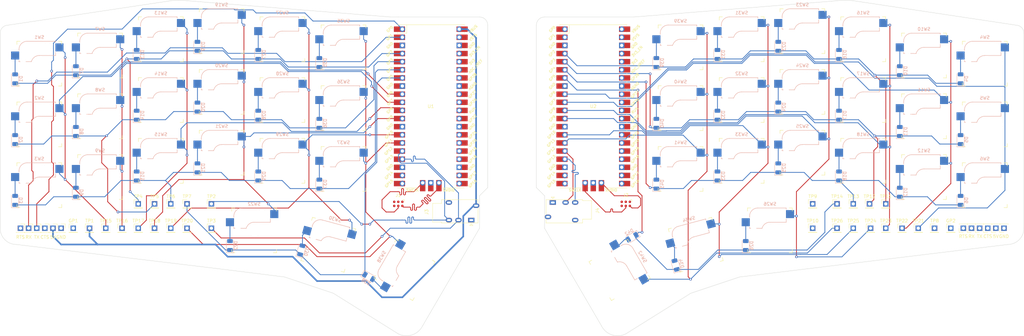
<source format=kicad_pcb>
(kicad_pcb (version 20211014) (generator pcbnew)
  (layers (0 "F.Cu" signal) (31 "B.Cu" signal) (34 "B.Paste" user) (35 "F.Paste" user) (36 "B.SilkS" user "B.Silkscreen") (37 "F.SilkS" user "F.Silkscreen") (38 "B.Mask" user) (39 "F.Mask" user) (44 "Edge.Cuts" user))
  (net 0 "")
  (net 1 "/row0_l")
  (net 2 "Net-(D1-Pad2)")
  (net 3 "/row1_l")
  (net 4 "Net-(D2-Pad2)")
  (net 5 "/row2_l")
  (net 6 "Net-(D3-Pad2)")
  (net 7 "/row0_r")
  (net 8 "Net-(D4-Pad2)")
  (net 9 "/row1_r")
  (net 10 "Net-(D5-Pad2)")
  (net 11 "/row2_r")
  (net 12 "Net-(D6-Pad2)")
  (net 13 "Net-(D7-Pad2)")
  (net 14 "Net-(D8-Pad2)")
  (net 15 "Net-(D9-Pad2)")
  (net 16 "Net-(D10-Pad2)")
  (net 17 "Net-(D11-Pad2)")
  (net 18 "Net-(D12-Pad2)")
  (net 19 "Net-(D13-Pad2)")
  (net 20 "Net-(D14-Pad2)")
  (net 21 "Net-(D15-Pad2)")
  (net 22 "Net-(D16-Pad2)")
  (net 23 "Net-(D17-Pad2)")
  (net 24 "Net-(D18-Pad2)")
  (net 25 "Net-(D19-Pad2)")
  (net 26 "Net-(D20-Pad2)")
  (net 27 "Net-(D21-Pad2)")
  (net 28 "/row3_l")
  (net 29 "Net-(D22-Pad2)")
  (net 30 "Net-(D23-Pad2)")
  (net 31 "Net-(D24-Pad2)")
  (net 32 "Net-(D25-Pad2)")
  (net 33 "/row3_r")
  (net 34 "Net-(D26-Pad2)")
  (net 35 "Net-(D27-Pad2)")
  (net 36 "Net-(D28-Pad2)")
  (net 37 "Net-(D29-Pad2)")
  (net 38 "Net-(D30-Pad2)")
  (net 39 "Net-(D31-Pad2)")
  (net 40 "Net-(D32-Pad2)")
  (net 41 "Net-(D33-Pad2)")
  (net 42 "Net-(D34-Pad2)")
  (net 43 "Net-(D35-Pad2)")
  (net 44 "Net-(D36-Pad2)")
  (net 45 "Net-(D37-Pad2)")
  (net 46 "Net-(D38-Pad2)")
  (net 47 "Net-(D39-Pad2)")
  (net 48 "Net-(D40-Pad2)")
  (net 49 "Net-(D41-Pad2)")
  (net 50 "Net-(D42-Pad2)")
  (net 51 "/vcc_l")
  (net 52 "/swdio_l")
  (net 53 "/dbg_uart_tx_l")
  (net 54 "/swclk_l")
  (net 55 "/gnd_l")
  (net 56 "/dbg_uart_rx_l")
  (net 57 "/vcc_r")
  (net 58 "/swdio_r")
  (net 59 "/dbg_uart_tx_r")
  (net 60 "/swclk_r")
  (net 61 "/gnd_r")
  (net 62 "/dbg_uart_rx_r")
  (net 63 "/xboard_uart_rx_l")
  (net 64 "/xboard_uart_tx_l")
  (net 65 "/xboard_uart_tx_r")
  (net 66 "/xboard_uart_rx_r")
  (net 67 "/col0_l")
  (net 68 "/col0_r")
  (net 69 "/col1_l")
  (net 70 "/col1_r")
  (net 71 "/col2_l")
  (net 72 "/col2_r")
  (net 73 "/col3_l")
  (net 74 "/col3_r")
  (net 75 "/col4_l")
  (net 76 "/col4_r")
  (net 77 "/col5_l")
  (net 78 "/col5_r")
  (footprint "Key_Switches:Kailh_socket_MX" (layer "F.Cu") (at 92.1 66.6)
    (fp_text reference "SW36")
    (fp_text value "SW_Push")
  )
  (footprint "Connector_PinHeader_2.54mm:PinHeader_1x01_P2.54mm_Vertical" (layer "F.Cu") (at 17.78 104.14)
    (fp_text reference "TP15")
    (fp_text value "col0")
  )
  (footprint "Key_Switches:Kailh_socket_MX" (layer "F.Cu") (at 16 88.14)
    (fp_text reference "SW9")
    (fp_text value "SW_Push")
  )
  (footprint "Connector_PinHeader_2.54mm:PinHeader_1x01_P2.54mm_Vertical" (layer "F.Cu") (at 246.38 96.52)
    (fp_text reference "TP14")
    (fp_text value "row3")
  )
  (footprint "Key_Switches:Kailh_socket_MX" (layer "F.Cu") (at 273.56 69.14)
    (fp_text reference "SW11")
    (fp_text value "SW_Push")
  )
  (footprint "Key_Switches:Kailh_socket_MX" (layer "F.Cu") (at 111.155 117.175 60)
    (fp_text reference "SW38")
    (fp_text value "SW_Push")
  )
  (footprint "Key_Switches:Kailh_socket_MX" (layer "F.Cu") (at 235.56 61.52)
    (fp_text reference "SW24")
    (fp_text value "SW_Push")
  )
  (footprint "RP_pico:RPi_Pico_SMD_TH" (layer "F.Cu") (at 170.18 66.04)
    (fp_text reference "U2")
    (fp_text value "Pico")
  )
  (footprint "Connector_PinSocket_2.54mm:PinSocket_1x01_P2.54mm_Vertical" (layer "F.Cu") (at 3.81 104.14)
    (fp_text reference "DBG7" hide)
    (fp_text value "GND")
  )
  (footprint "Connector_PinSocket_2.54mm:PinSocket_1x01_P2.54mm_Vertical" (layer "F.Cu") (at 298.57 104.14 180)
    (fp_text reference "DBG1" hide)
    (fp_text value "GND")
  )
  (footprint "Key_Switches:Kailh_socket_MX" (layer "F.Cu") (at 92.1 85.6)
    (fp_text reference "SW37")
    (fp_text value "SW_Push")
  )
  (footprint "Key_Switches:Kailh_socket_MX" (layer "F.Cu") (at 254.56 64.06)
    (fp_text reference "SW17")
    (fp_text value "SW_Push")
  )
  (footprint "Key_Switches:Kailh_socket_MX" (layer "F.Cu") (at 216.56 83.06)
    (fp_text reference "SW33")
    (fp_text value "SW_Push")
  )
  (footprint "Key_Switches:Kailh_socket_MX" (layer "F.Cu") (at 16 69.14)
    (fp_text reference "SW8")
    (fp_text value "SW_Push")
  )
  (footprint "Connector_PinHeader_2.54mm:PinHeader_1x01_P2.54mm_Vertical" (layer "F.Cu") (at 33.02 96.52)
    (fp_text reference "TP5")
    (fp_text value "row1")
  )
  (footprint "Key_Switches:Kailh_socket_MX" (layer "F.Cu") (at -3 52.68)
    (fp_text reference "SW1")
    (fp_text value "SW_Push")
  )
  (footprint "Connector_PinHeader_2.54mm:PinHeader_1x01_P2.54mm_Vertical" (layer "F.Cu") (at 238.76 104.14)
    (fp_text reference "TP10")
    (fp_text value "xboard_uart_rx")
  )
  (footprint "Connector_PinHeader_2.54mm:PinHeader_1x01_P2.54mm_Vertical" (layer "F.Cu") (at 238.76 96.52)
    (fp_text reference "TP9")
    (fp_text value "xboard_uart_tx")
  )
  (footprint "Key_Switches:Kailh_socket_MX" (layer "F.Cu") (at 216.56 45.06)
    (fp_text reference "SW31")
    (fp_text value "SW_Push")
  )
  (footprint "Connector_PinHeader_2.54mm:PinHeader_1x01_P2.54mm_Vertical" (layer "F.Cu") (at 7.62 104.14)
    (fp_text reference "GP1")
    (fp_text value "gnd")
  )
  (footprint "Connector_PinHeader_2.54mm:PinHeader_1x01_P2.54mm_Vertical" (layer "F.Cu") (at 256.54 96.52)
    (fp_text reference "TP12")
    (fp_text value "row1")
  )
  (footprint "Connector_Audio:Jack_3.5mm_PJ320E_Horizontal" (layer "F.Cu") (at 157.52 96.0925 -90)
    (fp_text reference "J4")
    (fp_text value "AudioJack4")
  )
  (footprint "Connector_PinHeader_2.54mm:PinHeader_1x01_P2.54mm_Vertical" (layer "F.Cu") (at 251.46 96.52)
    (fp_text reference "TP13")
    (fp_text value "row2")
  )
  (footprint "Connector_PinHeader_2.54mm:PinHeader_1x01_P2.54mm_Vertical" (layer "F.Cu") (at 246.38 104.14)
    (fp_text reference "TP26")
    (fp_text value "col5")
  )
  (footprint "Key_Switches:Kailh_socket_MX" (layer "F.Cu") (at 35 83.06)
    (fp_text reference "SW15")
    (fp_text value "SW_Push")
  )
  (footprint "Key_Switches:Kailh_socket_MX" (layer "F.Cu") (at 197.46 47.6)
    (fp_text reference "SW39")
    (fp_text value "SW_Push")
  )
  (footprint "Connector_PinHeader_2.54mm:PinHeader_1x01_P2.54mm_Vertical" (layer "F.Cu") (at 38.1 104.14)
    (fp_text reference "TP19")
    (fp_text value "col4")
  )
  (footprint "Connector_PinSocket_2.54mm:PinSocket_1x01_P2.54mm_Vertical" (layer "F.Cu") (at -6.35 104.14)
    (fp_text reference "DBG11" hide)
    (fp_text value "RX")
  )
  (footprint "Key_Switches:Kailh_socket_MX" (layer "F.Cu") (at 64.16 104.8)
    (fp_text reference "SW22")
    (fp_text value "SW_Push")
  )
  (footprint "Connector_PinHeader_2.54mm:PinHeader_1x01_P2.54mm_Vertical" (layer "F.Cu") (at 261.62 96.52)
    (fp_text reference "TP11")
    (fp_text value "row0")
  )
  (footprint "Connector_PinHeader_2.54mm:PinHeader_1x01_P2.54mm_Vertical" (layer "F.Cu") (at 50.8 96.52)
    (fp_text reference "TP2")
    (fp_text value "xboard_uart_tx")
  )
  (footprint "Key_Switches:Kailh_socket_MX" (layer "F.Cu") (at 73 64.06)
    (fp_text reference "SW28")
    (fp_text value "SW_Push")
  )
  (footprint "Connector_PinHeader_2.54mm:PinHeader_1x01_P2.54mm_Vertical" (layer "F.Cu") (at 27.94 104.14)
    (fp_text reference "TP17")
    (fp_text value "col2")
  )
  (footprint "Key_Switches:Kailh_socket_MX" (layer "F.Cu") (at 235.56 80.52)
    (fp_text reference "SW25")
    (fp_text value "SW_Push")
  )
  (footprint "Key_Switches:Kailh_socket_MX" (layer "F.Cu") (at 292.56 90.68)
    (fp_text reference "SW6")
    (fp_text value "SW_Push")
  )
  (footprint "Connector_PinHeader_2.54mm:PinHeader_1x01_P2.54mm_Vertical" (layer "F.Cu") (at 266.7 104.14)
    (fp_text reference "TP22")
    (fp_text value "col1")
  )
  (footprint "Key_Switches:Kailh_socket_MX" (layer "F.Cu") (at 73 83.06)
    (fp_text reference "SW29")
    (fp_text value "SW_Push")
  )
  (footprint "Connector_PinHeader_2.54mm:PinHeader_1x01_P2.54mm_Vertical" (layer "F.Cu") (at 276.86 104.14)
    (fp_text reference "TP8")
    (fp_text value "vcc")
  )
  (footprint "Connector_PinHeader_2.54mm:PinHeader_1x01_P2.54mm_Vertical" (layer "F.Cu") (at 281.94 104.14)
    (fp_text reference "GP2")
    (fp_text value "gnd")
  )
  (footprint "Key_Switches:Kailh_socket_MX" (layer "F.Cu") (at 254.56 45.06)
    (fp_text reference "SW16")
    (fp_text value "SW_Push")
  )
  (footprint "Key_Switches:Kailh_socket_MX" (layer "F.Cu") (at 273.56 88.14)
    (fp_text reference "SW12")
    (fp_text value "SW_Push")
  )
  (footprint "Key_Switches:Kailh_socket_MX" (layer "F.Cu") (at 87.345 109.305 -15)
    (fp_text reference "SW30")
    (fp_text value "SW_Push")
  )
  (footprint "Connector_PinSocket_2.54mm:PinSocket_1x01_P2.54mm_Vertical" (layer "F.Cu") (at -3.81 104.14)
    (fp_text reference "DBG10" hide)
    (fp_text value "TX")
  )
  (footprint "Key_Switches:Kailh_socket_MX" (layer "F.Cu") (at -3 90.68)
    (fp_text reference "SW3")
    (fp_text value "SW_Push")
  )
  (footprint "Key_Switches:Kailh_socket_MX" (layer "F.Cu") (at -3 71.68)
    (fp_text reference "SW2")
    (fp_text value "SW_Push")
  )
  (footprint "Key_Switches:Kailh_socket_MX" (layer "F.Cu") (at 225.4 104.8)
    (fp_text reference "SW26")
    (fp_text value "SW_Push")
  )
  (footprint "Key_Switches:Kailh_socket_MX" (layer "F.Cu") (at 54 42.52)
    (fp_text reference "SW19")
    (fp_text value "SW_Push")
  )
  (footprint "Connector_PinHeader_2.54mm:PinHeader_1x01_P2.54mm_Vertical" (layer "F.Cu") (at 43.18 104.14)
    (fp_text reference "TP20")
    (fp_text value "col5")
  )
  (footprint "Connector_PinSocket_2.54mm:PinSocket_1x01_P2.54mm_Vertical" (layer "F.Cu") (at 1.27 104.14)
    (fp_text reference "DBG9" hide)
    (fp_text value "5V")
  )
  (footprint "Key_Switches:Kailh_socket_MX" (layer "F.Cu") (at 254.56 83.06)
    (fp_text reference "SW18")
    (fp_text value "SW_Push")
  )
  (footprint "Key_Switches:Kailh_socket_MX" (layer "F.Cu") (at 35 45.06)
    (fp_text reference "SW13")
    (fp_text value "SW_Push")
  )
  (footprint "Connector:Tag-Connect_TC2030-IDC-NL_2x03_P1.27mm_Vertical" (layer "F.Cu") (at 180.34 96.52 180)
    (fp_text reference "J2")
    (fp_text value "Conn_ARM_SWD_TagConnect_TC2030-NL")
  )
  (footprint "Connector_PinHeader_2.54mm:PinHeader_1x01_P2.54mm_Vertical" (layer "F.Cu") (at 27.94 96.52)
    (fp_text reference "TP4")
    (fp_text value "row0")
  )
  (footprint "Connector:Tag-Connect_TC2030-IDC-NL_2x03_P1.27mm_Vertical" (layer "F.Cu") (at 109.22 96.52 180)
    (fp_text reference "J1")
    (fp_text value "Conn_ARM_SWD_TagConnect_TC2030-NL")
  )
  (footprint "Connector_PinHeader_2.54mm:PinHeader_1x01_P2.54mm_Vertical" (layer "F.Cu") (at 12.7 104.14)
    (fp_text reference "TP1")
    (fp_text value "vcc")
  )
  (footprint "Connector_PinSocket_2.54mm:PinSocket_1x01_P2.54mm_Vertical" (layer "F.Cu") (at 290.95 104.14 180)
    (fp_text reference "DBG4" hide)
    (fp_text value "TX")
  )
  (footprint "Key_Switches:Kailh_socket_MX" (layer "F.Cu") (at 292.56 52.68)
    (fp_text reference "SW4")
    (fp_text value "SW_Push")
  )
  (footprint "Connector_PinSocket_2.54mm:PinSocket_1x01_P2.54mm_Vertical" (layer "F.Cu") (at 288.41 104.14 180)
    (fp_text reference "DBG5" hide)
    (fp_text value "RX")
  )
  (footprint "Key_Switches:Kailh_socket_MX" (layer "F.Cu") (at 202.215 109.305 15)
    (fp_text reference "SW34")
    (fp_text value "SW_Push")
  )
  (footprint "Connector_PinSocket_2.54mm:PinSocket_1x01_P2.54mm_Vertical" (layer "F.Cu") (at -1.27 104.14)
    (fp_text reference "DBG2" hide)
    (fp_text value "CTS")
  )
  (footprint "Key_Switches:Kailh_socket_MX" (layer "F.Cu") (at 54 61.52)
    (fp_text reference "SW20")
    (fp_text value "SW_Push")
  )
  (footprint "Connector_PinSocket_2.54mm:PinSocket_1x01_P2.54mm_Vertical" (layer "F.Cu") (at 296.03 104.14 180)
    (fp_text reference "DBG3" hide)
    (fp_text value "5V")
  )
  (footprint "RP_pico:RPi_Pico_SMD_TH" (layer "F.Cu") (at 119.38 66.04)
    (fp_text reference "U1")
    (fp_text value "Pico")
  )
  (footprint "Connector_PinHeader_2.54mm:PinHeader_1x01_P2.54mm_Vertical" (layer "F.Cu") (at 22.86 104.14)
    (fp_text reference "TP16")
    (fp_text value "col1")
  )
  (footprint "Key_Switches:Kailh_socket_MX" (layer "F.Cu") (at 73 45.06)
    (fp_text reference "SW27")
    (fp_text value "SW_Push")
  )
  (footprint "Key_Switches:Kailh_socket_MX" (layer "F.Cu") (at 92.1 47.6)
    (fp_text reference "SW35")
    (fp_text value "SW_Push")
  )
  (footprint "Connector_PinHeader_2.54mm:PinHeader_1x01_P2.54mm_Vertical" (layer "F.Cu") (at 261.62 104.14)
    (fp_text reference "TP23")
    (fp_text value "col2")
  )
  (footprint "Key_Switches:Kailh_socket_MX" (layer "F.Cu") (at 178.405 117.175 -60)
    (fp_text reference "SW42")
    (fp_text value "SW_Push")
  )
  (footprint "Connector_PinSocket_2.54mm:PinSocket_1x01_P2.54mm_Vertical" (layer "F.Cu") (at -8.89 104.14)
    (fp_text reference "DBG6" hide)
    (fp_text value "RTS")
  )
  (footprint "Key_Switches:Kailh_socket_MX" (layer "F.Cu") (at 235.56 42.52)
    (fp_text reference "SW23")
    (fp_text value "SW_Push")
  )
  (footprint "Key_Switches:Kailh_socket_MX" (layer "F.Cu") (at 35 64.06)
    (fp_text reference "SW14")
    (fp_text value "SW_Push")
  )
  (footprint "Connector_PinHeader_2.54mm:PinHeader_1x01_P2.54mm_Vertical" (layer "F.Cu") (at 43.18 96.52)
    (fp_text reference "TP7")
    (fp_text value "row3")
  )
  (footprint "Key_Switches:Kailh_socket_MX" (layer "F.Cu") (at 273.56 50.14)
    (fp_text reference "SW10")
    (fp_text value "SW_Push")
  )
  (footprint "Connector_PinHeader_2.54mm:PinHeader_1x01_P2.54mm_Vertical" (layer "F.Cu") (at 50.8 104.14)
    (fp_text reference "TP3")
    (fp_text value "xboard_uart_rx")
  )
  (footprint "Connector_Audio:Jack_3.5mm_PJ320E_Horizontal" (layer "F.Cu") (at 132.04 101.5925 90)
    (fp_text reference "J3")
    (fp_text value "AudioJack4")
  )
  (footprint "Connector_PinHeader_2.54mm:PinHeader_1x01_P2.54mm_Vertical" (layer "F.Cu") (at 33.02 104.14)
    (fp_text reference "TP18")
    (fp_text value "col3")
  )
  (footprint "Key_Switches:Kailh_socket_MX" (layer "F.Cu") (at 197.46 66.6)
    (fp_text reference "SW40")
    (fp_text value "SW_Push")
  )
  (footprint "Connector_PinSocket_2.54mm:PinSocket_1x01_P2.54mm_Vertical" (layer "F.Cu") (at 285.87 104.14 180)
    (fp_text reference "DBG12" hide)
    (fp_text value "RTS")
  )
  (footprint "Key_Switches:Kailh_socket_MX" (layer "F.Cu") (at 197.46 85.6)
    (fp_text reference "SW41")
    (fp_text value "SW_Push")
  )
  (footprint "Key_Switches:Kailh_socket_MX" (layer "F.Cu") (at 16 50.14)
    (fp_text reference "SW7")
    (fp_text value "SW_Push")
  )
  (footprint "Connector_PinHeader_2.54mm:PinHeader_1x01_P2.54mm_Vertical" (layer "F.Cu") (at 256.8575 104.14)
    (fp_text reference "TP24")
    (fp_text value "col3")
  )
  (footprint "Key_Switches:Kailh_socket_MX" (layer "F.Cu") (at 216.56 64.06)
    (fp_text reference "SW32")
    (fp_text value "SW_Push")
  )
  (footprint "Connector_PinSocket_2.54mm:PinSocket_1x01_P2.54mm_Vertical" (layer "F.Cu") (at 293.49 104.14 180)
    (fp_text reference "DBG8" hide)
    (fp_text value "CTS")
  )
  (footprint "Key_Switches:Kailh_socket_MX" (layer "F.Cu") (at 54 80.52)
    (fp_text reference "SW21")
    (fp_text value "SW_Push")
  )
  (footprint "Connector_PinHeader_2.54mm:PinHeader_1x01_P2.54mm_Vertical" (layer "F.Cu") (at 271.78 104.14)
    (fp_text reference "TP21")
    (fp_text value "col0")
  )
  (footprint "Key_Switches:Kailh_socket_MX" (layer "F.Cu") (at 292.56 71.68)
    (fp_text reference "SW5")
    (fp_text value "SW_Push")
  )
  (footprint "Connector_PinHeader_2.54mm:PinHeader_1x01_P2.54mm_Vertical" (layer "F.Cu") (at 38.1 96.52)
    (fp_text reference "TP6")
    (fp_text value "row2")
  )
  (footprint "Connector_PinHeader_2.54mm:PinHeader_1x01_P2.54mm_Vertical" (layer "F.Cu") (at 251.46 104.14)
    (fp_text reference "TP25")
    (fp_text value "col4")
  )
  (footprint "Diode_SMD:D_1206_3216Metric" (layer "B.Cu") (at 266 54.89 90)
    (fp_text reference "D10")
    (fp_text value "D")
  )
  (footprint "Diode_SMD:D_1206_3216Metric" (layer "B.Cu") (at 228 47.27 90)
    (fp_text reference "D23")
    (fp_text value "D")
  )
  (footprint "Diode_SMD:D_1206_3216Metric" (layer "B.Cu") (at 182.316216 106.949425 -150)
    (fp_text reference "D42")
    (fp_text value "D")
  )
  (footprint "Diode_SMD:D_1206_3216Metric" (layer "B.Cu") (at 78.89 110.97 75)
    (fp_text reference "D30")
    (fp_text value "D")
  )
  (footprint "Diode_SMD:D_1206_3216Metric" (layer "B.Cu") (at 285 57.43 90)
    (fp_text reference "D4")
    (fp_text value "D")
  )
  (footprint "Diode_SMD:D_1206_3216Metric" (layer "B.Cu") (at 56.6 109.55 90)
    (fp_text reference "D22")
    (fp_text value "D")
  )
  (footprint "Diode_SMD:D_1206_3216Metric" (layer "B.Cu") (at 46.44 66.27 90)
    (fp_text reference "D20")
    (fp_text value "D")
  )
  (footprint "Diode_SMD:D_1206_3216Metric" (layer "B.Cu") (at 65.44 49.81 90)
    (fp_text reference "D27")
    (fp_text value "D")
  )
  (footprint "Diode_SMD:D_1206_3216Metric" (layer "B.Cu") (at 189.9 71.35 90)
    (fp_text reference "D40")
    (fp_text value "D")
  )
  (footprint "Diode_SMD:D_1206_3216Metric" (layer "B.Cu") (at 247 87.81 90)
    (fp_text reference "D18")
    (fp_text value "D")
  )
  (footprint "Diode_SMD:D_1206_3216Metric" (layer "B.Cu") (at 195.942347 115.652296 105)
    (fp_text reference "D34")
    (fp_text value "D")
  )
  (footprint "Diode_SMD:D_1206_3216Metric" (layer "B.Cu") (at 84.54 90.35 90)
    (fp_text reference "D37")
    (fp_text value "D")
  )
  (footprint "Diode_SMD:D_1206_3216Metric" (layer "B.Cu") (at 27.44 49.81 90)
    (fp_text reference "D13")
    (fp_text value "D")
  )
  (footprint "Diode_SMD:D_1206_3216Metric" (layer "B.Cu") (at 27.44 68.81 90)
    (fp_text reference "D14")
    (fp_text value "D")
  )
  (footprint "Diode_SMD:D_1206_3216Metric" (layer "B.Cu") (at 65.44 87.81 90)
    (fp_text reference "D29")
    (fp_text value "D")
  )
  (footprint "Diode_SMD:D_1206_3216Metric" (layer "B.Cu") (at 8.44 54.89 90)
    (fp_text reference "D7")
    (fp_text value "D")
  )
  (footprint "Diode_SMD:D_1206_3216Metric" (layer "B.Cu") (at 84.54 71.35 90)
    (fp_text reference "D36")
    (fp_text value "D")
  )
  (footprint "Diode_SMD:D_1206_3216Metric" (layer "B.Cu") (at 189.9 52.35 90)
    (fp_text reference "D39")
    (fp_text value "D")
  )
  (footprint "Diode_SMD:D_1206_3216Metric" (layer "B.Cu") (at 100.005 119.360811 -30)
    (fp_text reference "D38")
    (fp_text value "D")
  )
  (footprint "Diode_SMD:D_1206_3216Metric" (layer "B.Cu") (at 8.44 73.89 90)
    (fp_text reference "D8")
    (fp_text value "D")
  )
  (footprint "Diode_SMD:D_1206_3216Metric" (layer "B.Cu") (at 247 68.81 90)
    (fp_text reference "D17")
    (fp_text value "D")
  )
  (footprint "Diode_SMD:D_1206_3216Metric" (layer "B.Cu") (at 247 49.81 90)
    (fp_text reference "D16")
    (fp_text value "D")
  )
  (footprint "Diode_SMD:D_1206_3216Metric" (layer "B.Cu") (at 217.84 109.55 90)
    (fp_text reference "D26")
    (fp_text value "D")
  )
  (footprint "Diode_SMD:D_1206_3216Metric" (layer "B.Cu") (at 209 87.81 90)
    (fp_text reference "D33")
    (fp_text value "D")
  )
  (footprint "Diode_SMD:D_1206_3216Metric" (layer "B.Cu") (at 285 95.43 90)
    (fp_text reference "D6")
    (fp_text value "D")
  )
  (footprint "Diode_SMD:D_1206_3216Metric" (layer "B.Cu") (at 228 66.27 90)
    (fp_text reference "D24")
    (fp_text value "D")
  )
  (footprint "Diode_SMD:D_1206_3216Metric" (layer "B.Cu") (at 266 92.89 90)
    (fp_text reference "D12")
    (fp_text value "D")
  )
  (footprint "Diode_SMD:D_1206_3216Metric" (layer "B.Cu") (at 228 85.27 90)
    (fp_text reference "D25")
    (fp_text value "D")
  )
  (footprint "Diode_SMD:D_1206_3216Metric" (layer "B.Cu") (at 189.9 90.35 90)
    (fp_text reference "D41")
    (fp_text value "D")
  )
  (footprint "Diode_SMD:D_1206_3216Metric" (layer "B.Cu") (at 209 49.81 90)
    (fp_text reference "D31")
    (fp_text value "D")
  )
  (footprint "Diode_SMD:D_1206_3216Metric" (layer "B.Cu") (at -10.56 95.43 90)
    (fp_text reference "D3")
    (fp_text value "D")
  )
  (footprint "Diode_SMD:D_1206_3216Metric" (layer "B.Cu") (at 27.44 87.81 90)
    (fp_text reference "D15")
    (fp_text value "D")
  )
  (footprint "Diode_SMD:D_1206_3216Metric" (layer "B.Cu") (at 84.54 52.35 90)
    (fp_text reference "D35")
    (fp_text value "D")
  )
  (footprint "Diode_SMD:D_1206_3216Metric" (layer "B.Cu") (at 65.44 68.81 90)
    (fp_text reference "D28")
    (fp_text value "D")
  )
  (footprint "Diode_SMD:D_1206_3216Metric" (layer "B.Cu") (at -10.56 76.43 90)
    (fp_text reference "D2")
    (fp_text value "D")
  )
  (footprint "Diode_SMD:D_1206_3216Metric" (layer "B.Cu") (at 209 68.81 90)
    (fp_text reference "D32")
    (fp_text value "D")
  )
  (footprint "Diode_SMD:D_1206_3216Metric" (layer "B.Cu") (at 285 76.43 90)
    (fp_text reference "D5")
    (fp_text value "D")
  )
  (footprint "Diode_SMD:D_1206_3216Metric" (layer "B.Cu") (at 8.44 92.89 90)
    (fp_text reference "D9")
    (fp_text value "D")
  )
  (footprint "Diode_SMD:D_1206_3216Metric" (layer "B.Cu") (at 46.44 85.27 90)
    (fp_text reference "D21")
    (fp_text value "D")
  )
  (footprint "Diode_SMD:D_1206_3216Metric" (layer "B.Cu") (at 266 73.89 90)
    (fp_text reference "D11")
    (fp_text value "D")
  )
  (footprint "Diode_SMD:D_1206_3216Metric" (layer "B.Cu") (at -10.56 57.43 90)
    (fp_text reference "D1")
    (fp_text value "D")
  )
  (footprint "Diode_SMD:D_1206_3216Metric" (layer "B.Cu") (at 46.44 47.27 90)
    (fp_text reference "D19")
    (fp_text value "D")
  )
  (gr_arc (start 152.399998 40.64) (mid 153.143947 38.843949) (end 154.939998 38.1) (layer "Edge.Cuts") (width 0.1))
  (gr_arc (start 180.34 137.159999) (mid 176.003949 137.468153) (end 172.720001 134.62) (layer "Edge.Cuts") (width 0.1))
  (gr_line (start 134.62 104.14) (end 116.84 134.62) (layer "Edge.Cuts") (width 0.1))
  (gr_line (start 182.88 38.1) (end 246.38 33.02) (layer "Edge.Cuts") (width 0.1))
  (gr_line (start 154.94 93.98) (end 152.4 91.44) (layer "Edge.Cuts") (width 0.1))
  (gr_arc (start 246.38 33.02) (mid 248.92 32.839488) (end 251.46 33.02) (layer "Edge.Cuts") (width 0.1))
  (gr_line (start 109.22 137.16) (end 88.9 124.46) (layer "Edge.Cuts") (width 0.1))
  (gr_line (start 154.94 104.14) (end 172.72 134.62) (layer "Edge.Cuts") (width 0.1))
  (gr_line (start 182.88 38.1) (end 154.94 38.1) (layer "Edge.Cuts") (width 0.1))
  (gr_arc (start 116.839999 134.62) (mid 113.556051 137.468153) (end 109.22 137.159999) (layer "Edge.Cuts") (width 0.1))
  (gr_line (start 134.62 93.98) (end 134.62 104.14) (layer "Edge.Cuts") (width 0.1))
  (gr_arc (start 134.62 38.1) (mid 136.416051 38.843949) (end 137.16 40.64) (layer "Edge.Cuts") (width 0.1))
  (gr_line (start 134.62 38.1) (end 109.22 38.1) (layer "Edge.Cuts") (width 0.1))
  (gr_line (start 43.18 33.02) (end 106.68 38.1) (layer "Edge.Cuts") (width 0.1))
  (gr_line (start 152.4 91.44) (end 152.4 40.64) (layer "Edge.Cuts") (width 0.1))
  (gr_line (start 302.26 40.64) (end 251.46 33.02) (layer "Edge.Cuts") (width 0.1))
  (gr_line (start 137.16 91.44) (end 137.16 40.64) (layer "Edge.Cuts") (width 0.1))
  (gr_line (start 73.66 119.38) (end 53.34 116.84) (layer "Edge.Cuts") (width 0.1))
  (gr_line (start 88.9 124.46) (end 73.66 119.38) (layer "Edge.Cuts") (width 0.1))
  (gr_arc (start 304.8 104.14) (mid 303.312102 107.732102) (end 299.72 109.22) (layer "Edge.Cuts") (width 0.1))
  (gr_line (start 180.34 137.16) (end 200.66 124.46) (layer "Edge.Cuts") (width 0.1))
  (gr_line (start 299.72 109.22) (end 215.9 119.38) (layer "Edge.Cuts") (width 0.1))
  (gr_arc (start -15.24 43.18) (mid -14.496051 41.383949) (end -12.7 40.64) (layer "Edge.Cuts") (width 0.1))
  (gr_line (start 109.22 38.1) (end 106.68 38.1) (layer "Edge.Cuts") (width 0.1))
  (gr_arc (start 302.26 40.64) (mid 304.056051 41.383949) (end 304.8 43.18) (layer "Edge.Cuts") (width 0.1))
  (gr_line (start -12.7 40.64) (end 38.1 33.02) (layer "Edge.Cuts") (width 0.1))
  (gr_arc (start -10.16 109.22) (mid -13.752102 107.732102) (end -15.24 104.14) (layer "Edge.Cuts") (width 0.1))
  (gr_line (start 53.34 116.84) (end -10.16 109.22) (layer "Edge.Cuts") (width 0.1))
  (gr_line (start 134.62 93.98) (end 137.16 91.44) (layer "Edge.Cuts") (width 0.1))
  (gr_line (start 215.9 119.38) (end 200.66 124.46) (layer "Edge.Cuts") (width 0.1))
  (gr_line (start -15.24 104.14) (end -15.24 43.18) (layer "Edge.Cuts") (width 0.1))
  (gr_line (start 154.94 93.98) (end 154.94 104.14) (layer "Edge.Cuts") (width 0.1))
  (gr_line (start 304.8 104.14) (end 304.8 43.18) (layer "Edge.Cuts") (width 0.1))
  (gr_arc (start 38.1 33.02) (mid 40.64 32.839488) (end 43.18 33.02) (layer "Edge.Cuts") (width 0.1))
  (segment (start 25.4 92.71) (end 25.4 52.256396) (width 0.25) (layer "F.Cu") (net 1))
  (segment (start 25.4 52.256396) (end 24.353604 51.21) (width 0.25) (layer "F.Cu") (net 1))
  (via (at 24.353604 51.21) (size 0.8) (drill 0.4) (layers "F.Cu" "B.Cu") (net 1))
  (via (at 25.4 92.71) (size 0.8) (drill 0.4) (layers "F.Cu" "B.Cu") (net 1))
  (segment (start 27.94 95.25) (end 25.4 92.71) (width 0.25) (layer "B.Cu") (net 1))
  (segment (start 65.44 51.21) (end 57.055 51.21) (width 0.25) (layer "B.Cu") (net 1))
  (segment (start 2.13 56.29) (end -0.41 58.83) (width 0.25) (layer "B.Cu") (net 1))
  (segment (start 57.055 51.21) (end 54.515 48.67) (width 0.25) (layer "B.Cu") (net 1))
  (segment (start 37.645 48.67) (end 35.105 51.21) (width 0.25) (layer "B.Cu") (net 1))
  (segment (start 27.44 51.21) (end 24.353604 51.21) (width 0.25) (layer "B.Cu") (net 1))
  (segment (start 35.105 51.21) (end 27.44 51.21) (width 0.25) (layer "B.Cu") (net 1))
  (segment (start 24.353604 51.21) (end 19.273604 56.29) (width 0.25) (layer "B.Cu") (net 1))
  (segment (start 99.92 53.75) (end 104.14 49.53) (width 0.25) (layer "B.Cu") (net 1))
  (segment (start 8.44 56.29) (end 2.13 56.29) (width 0.25) (layer "B.Cu") (net 1))
  (segment (start 104.14 49.53) (end 110.49 49.53) (width 0.25) (layer "B.Cu") (net 1))
  (segment (start 54.515 48.67) (end 46.44 48.67) (width 0.25) (layer "B.Cu") (net 1))
  (segment (start 46.44 48.67) (end 37.645 48.67) (width 0.25) (layer "B.Cu") (net 1))
  (segment (start -0.41 58.83) (end -10.56 58.83) (width 0.25) (layer "B.Cu") (net 1))
  (segment (start 19.273604 56.29) (end 8.44 56.29) (width 0.25) (layer "B.Cu") (net 1))
  (segment (start 74.835 53.75) (end 72.295 51.21) (width 0.25) (layer "B.Cu") (net 1))
  (segment (start 84.54 53.75) (end 99.92 53.75) (width 0.25) (layer "B.Cu") (net 1))
  (segment (start 84.54 53.75) (end 74.835 53.75) (width 0.25) (layer "B.Cu") (net 1))
  (segment (start 72.295 51.21) (end 65.44 51.21) (width 0.25) (layer "B.Cu") (net 1))
  (segment (start 27.94 96.52) (end 27.94 95.25) (width 0.25) (layer "B.Cu") (net 1))
  (segment (start -10.56 56.03) (end -10.56 50.14) (width 0.25) (layer "B.Cu") (net 2))
  (segment (start 16.51 76.765) (end 18.0625 75.2125) (width 0.25) (layer "F.Cu") (net 3))
  (segment (start 21.59 99.06) (end 18.368901 95.838901) (width 0.25) (layer "F.Cu") (net 3))
  (segment (start 18.368901 95.838901) (end 18.368901 85.540553) (width 0.25) (layer "F.Cu") (net 3))
  (segment (start 16.51 83.681652) (end 16.51 76.765) (width 0.25) (layer "F.Cu") (net 3))
  (segment (start 18.368901 85.540553) (end 16.51 83.681652) (width 0.25) (layer "F.Cu") (net 3))
  (via (at 18.0625 75.2125) (size 0.8) (drill 0.4) (layers "F.Cu" "B.Cu") (net 3))
  (via (at 21.59 99.06) (size 0.8) (drill 0.4) (layers "F.Cu" "B.Cu") (net 3))
  (segment (start 23.065 70.21) (end 18.0625 75.2125) (width 0.25) (layer "B.Cu") (net 3))
  (segment (start 57.055 70.21) (end 54.515 67.67) (width 0.25) (layer "B.Cu") (net 3))
  (segment (start 17.985 75.29) (end 8.44 75.29) (width 0.25) (layer "B.Cu") (net 3))
  (segment (start 30.48 99.06) (end 21.59 99.06) (width 0.25) (layer "B.Cu") (net 3))
  (segment (start 46.44 67.67) (end 39.01 67.67) (width 0.25) (layer "B.Cu") (net 3))
  (segment (start 33.02 96.52) (end 30.48 99.06) (width 0.25) (layer "B.Cu") (net 3))
  (segment (start 0.91 75.29) (end -1.63 77.83) (width 0.25) (layer "B.Cu") (net 3))
  (segment (start -1.63 77.83) (end -10.56 77.83) (width 0.25) (layer "B.Cu") (net 3))
  (segment (start 39.01 67.67) (end 36.47 70.21) (width 0.25) (layer "B.Cu") (net 3))
  (segment (start 101.6 53.34) (end 102.87 52.07) (width 0.25) (layer "B.Cu") (net 3))
  (segment (start 84.54 72.75) (end 75.29 72.75) (width 0.25) (layer "B.Cu") (net 3))
  (segment (start 8.44 75.29) (end 0.91 75.29) (width 0.25) (layer "B.Cu") (net 3))
  (segment (start 101.6 63.913686) (end 101.6 53.34) (width 0.25) (layer "B.Cu") (net 3))
  (segment (start 75.29 72.75) (end 72.75 70.21) (width 0.25) (layer "B.Cu") (net 3))
  (segment (start 84.54 72.75) (end 92.763686 72.75) (width 0.25) (layer "B.Cu") (net 3))
  (segment (start 102.87 52.07) (end 110.49 52.07) (width 0.25) (layer "B.Cu") (net 3))
  (segment (start 92.763686 72.75) (end 101.6 63.913686) (width 0.25) (layer "B.Cu") (net 3))
  (segment (start 65.44 70.21) (end 57.055 70.21) (width 0.25) (layer "B.Cu") (net 3))
  (segment (start 27.44 70.21) (end 23.065 70.21) (width 0.25) (layer "B.Cu") (net 3))
  (segment (start 72.75 70.21) (end 65.44 70.21) (width 0.25) (layer "B.Cu") (net 3))
  (segment (start 18.0625 75.2125) (end 17.985 75.29) (width 0.25) (layer "B.Cu") (net 3))
  (segment (start 54.515 67.67) (end 46.44 67.67) (width 0.25) (layer "B.Cu") (net 3))
  (segment (start 36.47 70.21) (end 27.44 70.21) (width 0.25) (layer "B.Cu") (net 3))
  (segment (start -10.56 75.03) (end -10.56 69.14) (width 0.25) (layer "B.Cu") (net 4))
  (segment (start 38.1 96.52) (end 38.1 90.885) (width 0.25) (layer "B.Cu") (net 5))
  (segment (start 102.05 55.43) (end 102.87 54.61) (width 0.25) (layer "B.Cu") (net 5))
  (segment (start -10.56 96.83) (end -1.015 96.83) (width 0.25) (layer "B.Cu") (net 5))
  (segment (start 72.905 89.21) (end 65.44 89.21) (width 0.25) (layer "B.Cu") (net 5))
  (segment (start 46.44 86.67) (end 38.965 86.67) (width 0.25) (layer "B.Cu") (net 5))
  (segment (start 36.425 89.21) (end 27.44 89.21) (width 0.25) (layer "B.Cu") (net 5))
  (segment (start 53.855 86.67) (end 46.44 86.67) (width 0.25) (layer "B.Cu") (net 5))
  (segment (start 93.67 91.75) (end 102.05 83.37) (width 0.25) (layer "B.Cu") (net 5))
  (segment (start 102.87 54.61) (end 110.49 54.61) (width 0.25) (layer "B.Cu") (net 5))
  (segment (start -1.015 96.83) (end 1.525 94.29) (width 0.25) (layer "B.Cu") (net 5))
  (segment (start 27.44 89.21) (end 22.55 89.21) (width 0.25) (layer "B.Cu") (net 5))
  (segment (start 22.55 89.21) (end 17.47 94.29) (width 0.25) (layer "B.Cu") (net 5))
  (segment (start 38.965 86.67) (end 36.425 89.21) (width 0.25) (layer "B.Cu") (net 5))
  (segment (start 65.44 89.21) (end 56.395 89.21) (width 0.25) (layer "B.Cu") (net 5))
  (segment (start 75.445 91.75) (end 72.905 89.21) (width 0.25) (layer "B.Cu") (net 5))
  (segment (start 1.525 94.29) (end 8.44 94.29) (width 0.25) (layer "B.Cu") (net 5))
  (segment (start 84.54 91.75) (end 93.67 91.75) (width 0.25) (layer "B.Cu") (net 5))
  (segment (start 17.47 94.29) (end 8.44 94.29) (width 0.25) (layer "B.Cu") (net 5))
  (segment (start 102.05 83.37) (end 102.05 55.43) (width 0.25) (layer "B.Cu") (net 5))
  (segment (start 38.1 90.885) (end 36.425 89.21) (width 0.25) (layer "B.Cu") (net 5))
  (segment (start 56.395 89.21) (end 53.855 86.67) (width 0.25) (layer "B.Cu") (net 5))
  (segment (start 84.54 91.75) (end 75.445 91.75) (width 0.25) (layer "B.Cu") (net 5))
  (segment (start -10.56 94.03) (end -10.56 88.14) (width 0.25) (layer "B.Cu") (net 6))
  (segment (start 261.62 59.69) (end 258.22 56.29) (width 0.25) (layer "F.Cu") (net 7))
  (segment (start 261.62 96.52) (end 261.62 59.69) (width 0.25) (layer "F.Cu") (net 7))
  (via (at 258.22 56.29) (size 0.8) (drill 0.4) (layers "F.Cu" "B.Cu") (net 7))
  (segment (start 253.14 51.21) (end 247 51.21) (width 0.25) (layer "B.Cu") (net 7))
  (segment (start 161.29 49.53) (end 165.1 53.34) (width 0.25) (layer "B.Cu") (net 7))
  (segment (start 216.76 51.21) (end 219.3 48.67) (width 0.25) (layer "B.Cu") (net 7))
  (segment (start 219.3 48.67) (end 228 48.67) (width 0.25) (layer "B.Cu") (net 7))
  (segment (start 198.98 53.75) (end 201.52 51.21) (width 0.25) (layer "B.Cu") (net 7))
  (segment (start 239.17 51.21) (end 236.63 48.67) (width 0.25) (layer "B.Cu") (net 7))
  (segment (start 165.1 53.34) (end 189.49 53.34) (width 0.25) (layer "B.Cu") (net 7))
  (segment (start 285 58.83) (end 277.27 58.83) (width 0.25) (layer "B.Cu") (net 7))
  (segment (start 201.52 51.21) (end 209 51.21) (width 0.25) (layer "B.Cu") (net 7))
  (segment (start 274.73 56.29) (end 266 56.29) (width 0.25) (layer "B.Cu") (net 7))
  (segment (start 258.22 56.29) (end 253.14 51.21) (width 0.25) (layer "B.Cu") (net 7))
  (segment (start 266 56.29) (end 258.22 56.29) (width 0.25) (layer "B.Cu") (net 7))
  (segment (start 189.49 53.34) (end 189.9 53.75) (width 0.25) (layer "B.Cu") (net 7))
  (segment (start 189.9 53.75) (end 198.98 53.75) (width 0.25) (layer "B.Cu") (net 7))
  (segment (start 247 51.21) (end 239.17 51.21) (width 0.25) (layer "B.Cu") (net 7))
  (segment (start 209 51.21) (end 216.76 51.21) (width 0.25) (layer "B.Cu") (net 7))
  (segment (start 236.63 48.67) (end 228 48.67) (width 0.25) (layer "B.Cu") (net 7))
  (segment (start 277.27 58.83) (end 274.73 56.29) (width 0.25) (layer "B.Cu") (net 7))
  (segment (start 285 50.14) (end 285 56.03) (width 0.25) (layer "B.Cu") (net 8))
  (segment (start 256.54 96.52) (end 257.876651 95.183349) (width 0.25) (layer "F.Cu") (net 9))
  (segment (start 187.96 72.39) (end 187.96 55.88) (width 0.25) (layer "F.Cu") (net 9))
  (segment (start 259.08 76.2) (end 258.17 75.29) (width 0.25) (layer "F.Cu") (net 9))
  (segment (start 259.08 78.651652) (end 259.08 76.2) (width 0.25) (layer "F.Cu") (net 9))
  (segment (start 257.876651 95.183349) (end 257.876651 79.855001) (width 0.25) (layer "F.Cu") (net 9))
  (segment (start 257.876651 79.855001) (end 259.08 78.651652) (width 0.25) (layer "F.Cu") (net 9))
  (via (at 187.96 55.88) (size 0.8) (drill 0.4) (layers "F.Cu" "B.Cu") (net 9))
  (via (at 258.17 75.29) (size 0.8) (drill 0.4) (layers "F.Cu" "B.Cu") (net 9))
  (via (at 187.96 72.39) (size 0.8) (drill 0.4) (layers "F.Cu" "B.Cu") (net 9))
  (segment (start 200.3 70.21) (end 209 70.21) (width 0.25) (layer "B.Cu") (net 9))
  (segment (start 187.96 55.88) (end 187.865 55.785) (width 0.25) (layer "B.Cu") (net 9))
  (segment (start 253.09 70.21) (end 258.17 75.29) (width 0.25) (layer "B.Cu") (net 9))
  (segment (start 275.95 75.29) (end 278.49 77.83) (width 0.25) (layer "B.Cu") (net 9))
  (segment (start 266 75.29) (end 275.95 75.29) (width 0.25) (layer "B.Cu") (net 9))
  (segment (start 258.17 75.29) (end 266 75.29) (width 0.25) (layer "B.Cu") (net 9))
  (segment (start 278.49 77.83) (end 285 77.83) (width 0.25) (layer "B.Cu") (net 9))
  (segment (start 239.12 70.21) (end 247 70.21) (width 0.25) (layer "B.Cu") (net 9))
  (segment (start 215.54 70.21) (end 218.08 67.67) (width 0.25) (layer "B.Cu") (net 9))
  (segment (start 165.005 55.785) (end 161.29 52.07) (width 0.25) (layer "B.Cu") (net 9))
  (segment (start 187.96 72.39) (end 188.32 72.75) (width 0.25) (layer "B.Cu") (net 9))
  (segment (start 187.865 55.785) (end 165.005 55.785) (width 0.25) (layer "B.Cu") (net 9))
  (segment (start 228 67.67) (end 236.58 67.67) (width 0.25) (layer "B.Cu") (net 9))
  (segment (start 189.9 72.75) (end 197.76 72.75) (width 0.25) (layer "B.Cu") (net 9))
  (segment (start 197.76 72.75) (end 200.3 70.21) (width 0.25) (layer "B.Cu") (net 9))
  (segment (start 188.32 72.75) (end 189.9 72.75) (width 0.25) (layer "B.Cu") (net 9))
  (segment (start 218.08 67.67) (end 228 67.67) (width 0.25) (layer "B.Cu") (net 9))
  (segment (start 209 70.21) (end 215.54 70.21) (width 0.25) (layer "B.Cu") (net 9))
  (segment (start 236.58 67.67) (end 239.12 70.21) (width 0.25) (layer "B.Cu") (net 9))
  (segment (start 247 70.21) (end 253.09 70.21) (width 0.25) (layer "B.Cu") (net 9))
  (segment (start 285 69.14) (end 285 75.03) (width 0.25) (layer "B.Cu") (net 10))
  (segment (start 186.69 58.42) (end 186.69 90.17) (width 0.25) (layer "F.Cu") (net 11))
  (segment (start 186.69 90.17) (end 187.96 91.44) (width 0.25) (layer "F.Cu") (net 11))
  (via (at 187.96 91.44) (size 0.8) (drill 0.4) (layers "F.Cu" "B.Cu") (net 11))
  (via (at 186.69 58.42) (size 0.8) (drill 0.4) (layers "F.Cu" "B.Cu") (net 11))
  (segment (start 251.46 93.67) (end 247 89.21) (width 0.25) (layer "B.Cu") (net 11))
  (segment (start 187.96 91.44) (end 189.59 91.44) (width 0.25) (layer "B.Cu") (net 11))
  (segment (start 189.9 91.75) (end 198.325 91.75) (width 0.25) (layer "B.Cu") (net 11))
  (segment (start 259.39 89.21) (end 264.47 94.29) (width 0.25) (layer "B.Cu") (net 11))
  (segment (start 200.865 89.21) (end 209 89.21) (width 0.25) (layer "B.Cu") (net 11))
  (segment (start 236.075 86.67) (end 238.615 89.21) (width 0.25) (layer "B.Cu") (net 11))
  (segment (start 277.17 96.83) (end 285 96.83) (width 0.25) (layer "B.Cu") (net 11))
  (segment (start 209 89.21) (end 216.86 89.21) (width 0.25) (layer "B.Cu") (net 11))
  (segment (start 165.1 58.42) (end 186.69 58.42) (width 0.25) (layer "B.Cu") (net 11))
  (segment (start 161.29 54.61) (end 165.1 58.42) (width 0.25) (layer "B.Cu") (net 11))
  (segment (start 189.59 91.44) (end 189.9 91.75) (width 0.25) (layer "B.Cu") (net 11))
  (segment (start 219.4 86.67) (end 228 86.67) (width 0.25) (layer "B.Cu") (net 11))
  (segment (start 251.46 96.52) (end 251.46 93.67) (width 0.25) (layer "B.Cu") (net 11))
  (segment (start 266 94.29) (end 274.63 94.29) (width 0.25) (layer "B.Cu") (net 11))
  (segment (start 264.47 94.29) (end 266 94.29) (width 0.25) (layer "B.Cu") (net 11))
  (segment (start 198.325 91.75) (end 200.865 89.21) (width 0.25) (layer "B.Cu") (net 11))
  (segment (start 216.86 89.21) (end 219.4 86.67) (width 0.25) (layer "B.Cu") (net 11))
  (segment (start 274.63 94.29) (end 277.17 96.83) (width 0.25) (layer "B.Cu") (net 11))
  (segment (start 247 89.21) (end 259.39 89.21) (width 0.25) (layer "B.Cu") (net 11))
  (segment (start 238.615 89.21) (end 247 89.21) (width 0.25) (layer "B.Cu") (net 11))
  (segment (start 228 86.67) (end 236.075 86.67) (width 0.25) (layer "B.Cu") (net 11))
  (segment (start 285 88.14) (end 285 94.03) (width 0.25) (layer "B.Cu") (net 12))
  (segment (start 8.44 53.49) (end 8.44 47.6) (width 0.25) (layer "B.Cu") (net 13))
  (segment (start 8.44 72.49) (end 8.44 66.6) (width 0.25) (layer "B.Cu") (net 14))
  (segment (start 8.44 91.49) (end 8.44 85.6) (width 0.25) (layer "B.Cu") (net 15))
  (segment (start 266 47.6) (end 266 53.49) (width 0.25) (layer "B.Cu") (net 16))
  (segment (start 266 66.6) (end 266 72.49) (width 0.25) (layer "B.Cu") (net 17))
  (segment (start 266 85.6) (end 266 91.49) (width 0.25) (layer "B.Cu") (net 18))
  (segment (start 27.44 48.41) (end 27.44 42.52) (width 0.25) (layer "B.Cu") (net 19))
  (segment (start 27.44 67.41) (end 27.44 61.52) (width 0.25) (layer "B.Cu") (net 20))
  (segment (start 27.44 86.41) (end 27.44 80.52) (width 0.25) (layer "B.Cu") (net 21))
  (segment (start 247 42.52) (end 247 48.41) (width 0.25) (layer "B.Cu") (net 22))
  (segment (start 247 61.52) (end 247 67.41) (width 0.25) (layer "B.Cu") (net 23))
  (segment (start 247 80.52) (end 247 86.41) (width 0.25) (layer "B.Cu") (net 24))
  (segment (start 46.44 45.87) (end 46.44 39.98) (width 0.25) (layer "B.Cu") (net 25))
  (segment (start 46.44 64.87) (end 46.44 58.98) (width 0.25) (layer "B.Cu") (net 26))
  (segment (start 46.44 83.87) (end 46.44 77.98) (width 0.25) (layer "B.Cu") (net 27))
  (segment (start 43.18 98.87) (end 55.26 110.95) (width 0.25) (layer "B.Cu") (net 28))
  (segment (start 98.792564 87.263832) (end 102.5 83.556396) (width 0.25) (layer "B.Cu") (net 28))
  (segment (start 55.26 110.95) (end 56.6 110.95) (width 0.25) (layer "B.Cu") (net 28))
  (segment (start 98.792564 118.660811) (end 98.792564 87.263832) (width 0.25) (layer "B.Cu") (net 28))
  (segment (start 56.6 110.95) (end 77.155357 110.95) (width 0.25) (layer "B.Cu") (net 28))
  (segment (start 102.5 58.79) (end 104.14 57.15) (width 0.25) (layer "B.Cu") (net 28))
  (segment (start 77.155357 110.95) (end 78.527653 112.322296) (width 0.25) (layer "B.Cu") (net 28))
  (segment (start 78.527653 112.322296) (end 84.866168 118.660811) (width 0.25) (layer "B.Cu") (net 28))
  (segment (start 43.18 96.52) (end 43.18 98.87) (width 0.25) (layer "B.Cu") (net 28))
  (segment (start 104.14 57.15) (end 110.49 57.15) (width 0.25) (layer "B.Cu") (net 28))
  (segment (start 102.5 83.556396) (end 102.5 58.79) (width 0.25) (layer "B.Cu") (net 28))
  (segment (start 84.866168 118.660811) (end 98.792564 118.660811) (width 0.25) (layer "B.Cu") (net 28))
  (segment (start 56.6 108.15) (end 56.6 102.26) (width 0.25) (layer "B.Cu") (net 29))
  (segment (start 228 39.98) (end 228 45.87) (width 0.25) (layer "B.Cu") (net 30))
  (segment (start 228 58.98) (end 228 64.87) (width 0.25) (layer "B.Cu") (net 31))
  (segment (start 228 77.98) (end 228 83.87) (width 0.25) (layer "B.Cu") (net 32))
  (segment (start 184.15 92.71) (end 185.42 93.98) (width 0.25) (layer "F.Cu") (net 33))
  (segment (start 185.42 93.98) (end 185.42 105.41) (width 0.25) (layer "F.Cu") (net 33))
  (segment (start 184.15 60.96) (end 184.15 92.71) (width 0.25) (layer "F.Cu") (net 33))
  (via (at 185.42 105.41) (size 0.8) (drill 0.4) (layers "F.Cu" "B.Cu") (net 33))
  (via (at 184.15 60.96) (size 0.8) (drill 0.4) (layers "F.Cu" "B.Cu") (net 33))
  (segment (start 193.204592 117.004592) (end 196.304694 117.004592) (width 0.25) (layer "B.Cu") (net 33))
  (segment (start 237.03 110.95) (end 242.57 105.41) (width 0.25) (layer "B.Cu") (net 33))
  (segment (start 165.1 60.96) (end 184.15 60.96) (width 0.25) (layer "B.Cu") (net 33))
  (segment (start 242.57 105.41) (end 242.57 99.06) (width 0.25) (layer "B.Cu") (net 33))
  (segment (start 184.368077 105.41) (end 183.528652 106.249425) (width 0.25) (layer "B.Cu") (net 33))
  (segment (start 245.11 96.52) (end 246.38 96.52) (width 0.25) (layer "B.Cu") (net 33))
  (segment (start 161.29 57.15) (end 165.1 60.96) (width 0.25) (layer "B.Cu") (net 33))
  (segment (start 196.304694 117.004592) (end 203.035408 117.004592) (width 0.25) (layer "B.Cu") (net 33))
  (segment (start 183.528652 106.249425) (end 183.528652 107.328652) (width 0.25) (layer "B.Cu") (net 33))
  (segment (start 185.42 105.41) (end 184.368077 105.41) (width 0.25) (layer "B.Cu") (net 33))
  (segment (start 183.528652 107.328652) (end 193.204592 117.004592) (width 0.25) (layer "B.Cu") (net 33))
  (segment (start 203.035408 117.004592) (end 209.09 110.95) (width 0.25) (layer "B.Cu") (net 33))
  (segment (start 242.57 99.06) (end 245.11 96.52) (width 0.25) (layer "B.Cu") (net 33))
  (segment (start 209.09 110.95) (end 217.84 110.95) (width 0.25) (layer "B.Cu") (net 33))
  (segment (start 217.84 110.95) (end 237.03 110.95) (width 0.25) (layer "B.Cu") (net 33))
  (segment (start 217.84 102.26) (end 217.84 108.15) (width 0.25) (layer "B.Cu") (net 34))
  (segment (start 65.44 48.41) (end 65.44 42.52) (width 0.25) (layer "B.Cu") (net 35))
  (segment (start 65.44 67.41) (end 65.44 61.52) (width 0.25) (layer "B.Cu") (net 36))
  (segment (start 65.44 86.41) (end 65.44 80.52) (width 0.25) (layer "B.Cu") (net 37))
  (segment (start 79.252347 106.34253) (end 80.700001 104.894876) (width 0.25) (layer "B.Cu") (net 38))
  (segment (start 79.252347 109.617704) (end 79.252347 106.34253) (width 0.25) (layer "B.Cu") (net 38))
  (segment (start 209 42.52) (end 209 48.41) (width 0.25) (layer "B.Cu") (net 39))
  (segment (start 209 61.52) (end 209 67.41) (width 0.25) (layer "B.Cu") (net 40))
  (segment (start 209 80.52) (end 209 86.41) (width 0.25) (layer "B.Cu") (net 41))
  (segment (start 195.58 110.13302) (end 195.58 114.3) (width 0.25) (layer "B.Cu") (net 42))
  (segment (start 194.2552 108.80822) (end 195.58 110.13302) (width 0.25) (layer "B.Cu") (net 42))
  (segment (start 84.54 50.95) (end 84.54 45.06) (width 0.25) (layer "B.Cu") (net 43))
  (segment (start 84.54 69.95) (end 84.54 64.06) (width 0.25) (layer "B.Cu") (net 44))
  (segment (start 84.54 88.95) (end 84.54 83.06) (width 0.25) (layer "B.Cu") (net 45))
  (segment (start 103.608777 122.452152) (end 101.217436 120.060811) (width 0.25) (layer "B.Cu") (net 46))
  (segment (start 105.175295 122.452152) (end 103.608777 122.452152) (width 0.25) (layer "B.Cu") (net 46))
  (segment (start 189.9 45.06) (end 189.9 50.95) (width 0.25) (layer "B.Cu") (net 47))
  (segment (start 189.9 64.06) (end 189.9 69.95) (width 0.25) (layer "B.Cu") (net 48))
  (segment (start 189.9 83.06) (end 189.9 88.95) (width 0.25) (layer "B.Cu") (net 49))
  (segment (start 176.824705 109.357848) (end 178.268081 109.357848) (width 0.25) (layer "B.Cu") (net 50))
  (segment (start 178.268081 109.357848) (end 179.976504 107.649425) (width 0.25) (layer "B.Cu") (net 50))
  (segment (start 179.976504 107.649425) (end 181.10378 107.649425) (width 0.25) (layer "B.Cu") (net 50))
  (segment (start 1.27 106.68) (end 3.81 109.22) (width 0.5) (layer "B.Cu") (net 51))
  (segment (start 12.7 106.68) (end 15.24 109.22) (width 0.5) (layer "B.Cu") (net 51))
  (segment (start 12.7 104.14) (end 12.7 106.68) (width 0.5) (layer "B.Cu") (net 51))
  (segment (start 130.81 41.91) (end 133.54 44.64) (width 0.5) (layer "B.Cu") (net 51))
  (segment (start 3.81 109.22) (end 15.24 109.22) (width 0.5) (layer "B.Cu") (net 51))
  (segment (start 133.54 44.64) (end 133.54 97.0925) (width 0.5) (layer "B.Cu") (net 51))
  (segment (start 83.82 120.65) (end 99.06 120.65) (width 0.5) (layer "B.Cu") (net 51))
  (segment (start 128.27 41.91) (end 130.81 41.91) (width 0.5) (layer "B.Cu") (net 51))
  (segment (start 15.24 109.22) (end 52.07 109.22) (width 0.5) (layer "B.Cu") (net 51))
  (segment (start 76.2 113.03) (end 83.82 120.65) (width 0.5) (layer "B.Cu") (net 51))
  (segment (start 129.54 100.33) (end 132.7775 97.0925) (width 0.5) (layer "B.Cu") (net 51))
  (segment (start 1.27 104.14) (end 1.27 106.68) (width 0.5) (layer "B.Cu") (net 51))
  (segment (start 55.88 113.03) (end 76.2 113.03) (width 0.5) (layer "B.Cu") (net 51))
  (segment (start 110.5025 125.73) (end 129.54 106.6925) (width 0.5) (layer "B.Cu") (net 51))
  (segment (start 99.06 120.65) (end 104.14 125.73) (width 0.5) (layer "B.Cu") (net 51))
  (segment (start 104.14 125.73) (end 110.5025 125.73) (width 0.5) (layer "B.Cu") (net 51))
  (segment (start 52.07 109.22) (end 55.88 113.03) (width 0.5) (layer "B.Cu") (net 51))
  (segment (start 129.54 106.6925) (end 129.54 100.33) (width 0.5) (layer "B.Cu") (net 51))
  (segment (start 132.7775 97.0925) (end 133.54 97.0925) (width 0.5) (layer "B.Cu") (net 51))
  (segment (start 115.921301 97.548699) (end 116.889414 96.580584) (width 0.25) (layer "F.Cu") (net 52))
  (segment (start 117.525812 95.94419) (end 118.020786 96.439164) (width 0.25) (layer "F.Cu") (net 52))
  (segment (start 117.030836 95.449214) (end 117.525812 95.94419) (width 0.25) (layer "F.Cu") (net 52))
  (segment (start 114.288699 96.848699) (end 114.288699 97.548699) (width 0.25) (layer "F.Cu") (net 52))
  (segment (start 114.888699 98.248699) (end 114.888699 97.848699) (width 0.25) (layer "F.Cu") (net 52))
  (segment (start 116.889414 96.15632) (end 116.606572 95.873478) (width 0.25) (layer "F.Cu") (net 52))
  (segment (start 110.49 97.155) (end 110.883699 97.548699) (width 0.25) (layer "F.Cu") (net 52))
  (segment (start 110.883699 97.548699) (end 112.788699 97.548699) (width 0.25) (layer "F.Cu") (net 52))
  (segment (start 113.688699 97.848699) (end 113.688699 96.848699) (width 0.25) (layer "F.Cu") (net 52))
  (segment (start 119.010735 94.035) (end 119.010734 94.035) (width 0.25) (layer "F.Cu") (net 52))
  (segment (start 113.688699 98.248699) (end 113.688699 97.848699) (width 0.25) (layer "F.Cu") (net 52))
  (segment (start 117.950074 95.519924) (end 117.4551 95.02495) (width 0.25) (layer "F.Cu") (net 52))
  (segment (start 113.088699 97.848699) (end 113.088699 98.248699) (width 0.25) (layer "F.Cu") (net 52))
  (segment (start 114.288699 97.548699) (end 114.288699 98.248699) (width 0.25) (layer "F.Cu") (net 52))
  (segment (start 117.879364 94.600686) (end 118.37434 95.095662) (width 0.25) (layer "F.Cu") (net 52))
  (segment (start 121.92 91.55) (end 121.92 89.94) (width 0.25) (layer "F.Cu") (net 52))
  (segment (start 118.58647 94.459263) (end 118.303628 94.176421) (width 0.25) (layer "F.Cu") (net 52))
  (segment (start 118.44505 96.0149) (end 117.950074 95.519924) (width 0.25) (layer "F.Cu") (net 52))
  (segment (start 115.188699 97.548699) (end 115.921301 97.548699) (width 0.25) (layer "F.Cu") (net 52))
  (segment (start 119.435 94.035) (end 121.92 91.55) (width 0.25) (layer "F.Cu") (net 52))
  (segment (start 119.293578 95.166372) (end 118.58647 94.459263) (width 0.25) (layer "F.Cu") (net 52))
  (segment (start 118.37434 95.095662) (end 118.869314 95.590636) (width 0.25) (layer "F.Cu") (net 52))
  (segment (start 118.727892 93.752157) (end 119.010735 94.035) (width 0.25) (layer "F.Cu") (net 52))
  (arc (start 116.606572 95.449214) (mid 116.818704 95.361346) (end 117.030836 95.449214) (width 0.25) (layer "F.Cu") (net 52))
  (arc (start 113.688699 96.848699) (mid 113.776567 96.636567) (end 113.988699 96.548699) (width 0.25) (layer "F.Cu") (net 52))
  (arc (start 119.010734 94.035) (mid 119.222867 94.122868) (end 119.435 94.035) (width 0.25) (layer "F.Cu") (net 52))
  (arc (start 113.088699 98.248699) (mid 113.176567 98.460831) (end 113.388699 98.548699) (width 0.25) (layer "F.Cu") (net 52))
  (arc (start 118.303628 93.752157) (mid 118.51576 93.664289) (end 118.727892 93.752157) (width 0.25) (layer "F.Cu") (net 52))
  (arc (start 117.4551 94.600686) (mid 117.667232 94.512818) (end 117.879364 94.600686) (width 0.25) (layer "F.Cu") (net 52))
  (arc (start 118.020786 96.439164) (mid 118.232918 96.527032) (end 118.44505 96.439164) (width 0.25) (layer "F.Cu") (net 52))
  (arc (start 119.293578 95.590636) (mid 119.381446 95.378504) (end 119.293578 95.166372) (width 0.25) (layer "F.Cu") (net 52))
  (arc (start 118.44505 96.439164) (mid 118.532918 96.227032) (end 118.44505 96.0149) (width 0.25) (layer "F.Cu") (net 52))
  (arc (start 117.4551 95.02495) (mid 117.367232 94.812818) (end 117.4551 94.600686) (width 0.25) (layer "F.Cu") (net 52))
  (arc (start 114.588699 98.548699) (mid 114.800831 98.460831) (end 114.888699 98.248699) (width 0.25) (layer "F.Cu") (net 52))
  (arc (start 112.788699 97.548699) (mid 113.000831 97.636567) (end 113.088699 97.848699) (width 0.25) (layer "F.Cu") (net 52))
  (arc (start 118.303628 94.176421) (mid 118.21576 93.964289) (end 118.303628 93.752157) (width 0.25) (layer "F.Cu") (net 52))
  (arc (start 116.889414 96.580584) (mid 116.977282 96.368452) (end 116.889414 96.15632) (width 0.25) (layer "F.Cu") (net 52))
  (arc (start 116.606572 95.873478) (mid 116.518704 95.661346) (end 116.606572 95.449214) (width 0.25) (layer "F.Cu") (net 52))
  (arc (start 113.388699 98.548699) (mid 113.600831 98.460831) (end 113.688699 98.248699) (width 0.25) (layer "F.Cu") (net 52))
  (arc (start 114.288699 98.248699) (mid 114.376567 98.460831) (end 114.588699 98.548699) (width 0.25) (layer "F.Cu") (net 52))
  (arc (start 114.888699 97.848699) (mid 114.976567 97.636567) (end 115.188699 97.548699) (width 0.25) (layer "F.Cu") (net 52))
  (arc (start 113.988699 96.548699) (mid 114.200831 96.636567) (end 114.288699 96.848699) (width 0.25) (layer "F.Cu") (net 52))
  (arc (start 118.869314 95.590636) (mid 119.081446 95.678504) (end 119.293578 95.590636) (width 0.25) (layer "F.Cu") (net 52))
  (segment (start 0 88.9) (end 0 92.71) (width 0.25) (layer "F.Cu") (net 53))
  (segment (start 0 92.71) (end -3.81 96.52) (width 0.25) (layer "F.Cu") (net 53))
  (segment (start -3.81 96.52) (end -3.81 104.14) (width 0.25) (layer "F.Cu") (net 53))
  (segment (start 1.415001 87.484999) (end 0 88.9) (width 0.25) (layer "F.Cu") (net 53))
  (segment (start 0.854099 83.404099) (end 1.415001 83.965001) (width 0.25) (layer "F.Cu") (net 53))
  (segment (start 0.854099 55.025901) (end 0.854099 59.274099) (width 0.25) (layer "F.Cu") (net 53))
  (segment (start 1.415001 83.965001) (end 1.415001 87.484999) (width 0.25) (layer "F.Cu") (net 53))
  (segment (start 0.854099 59.274099) (end 1.415001 59.835001) (width 0.25) (layer "F.Cu") (net 53))
  (segment (start 1.415001 70.3439) (end 0.854099 70.904802) (width 0.25) (layer "F.Cu") (net 53))
  (segment (start 1.415001 59.835001) (end 1.415001 70.3439) (width 0.25) (layer "F.Cu") (net 53))
  (segment (start 0.854099 70.904802) (end 0.854099 83.404099) (width 0.25) (layer "F.Cu") (net 53))
  (via (at 0.854099 55.025901) (size 0.8) (drill 0.4) (layers "F.Cu" "B.Cu") (net 53))
  (segment (start 82.55 39.37) (end 107.95 39.37) (width 0.25) (layer "B.Cu") (net 53))
  (segment (start 58.115 35.865) (end 63.805 35.865) (width 0.25) (layer "B.Cu") (net 53))
  (segment (start 0.854099 52.172215) (end 1.415001 51.611313) (width 0.25) (layer "B.Cu") (net 53))
  (segment (start 5.805 41.91) (end 22.86 41.91) (width 0.25) (layer "B.Cu") (net 53))
  (segment (start 57.814999 35.564999) (end 58.115 35.865) (width 0.25) (layer "B.Cu") (net 53))
  (segment (start 1.415001 46.299999) (end 5.805 41.91) (width 0.25) (layer "B.Cu") (net 53))
  (segment (start 64.77 36.83) (end 80.01 36.83) (width 0.25) (layer "B.Cu") (net 53))
  (segment (start 63.805 35.865) (end 64.77 36.83) (width 0.25) (layer "B.Cu") (net 53))
  (segment (start 1.415001 51.611313) (end 1.415001 46.299999) (width 0.25) (layer "B.Cu") (net 53))
  (segment (start 22.86 41.91) (end 29.205001 35.564999) (width 0.25) (layer "B.Cu") (net 53))
  (segment (start 107.95 39.37) (end 110.49 41.91) (width 0.25) (layer "B.Cu") (net 53))
  (segment (start 80.01 36.83) (end 82.55 39.37) (width 0.25) (layer "B.Cu") (net 53))
  (segment (start 29.205001 35.564999) (end 57.814999 35.564999) (width 0.25) (layer "B.Cu") (net 53))
  (segment (start 0.854099 55.025901) (end 0.854099 52.172215) (width 0.25) (layer "B.Cu") (net 53))
  (segment (start 116.84 89.94) (end 114.07 92.71) (width 0.25) (layer "F.Cu") (net 54))
  (segment (start 114.07 92.71) (end 111.76 92.71) (width 0.25) (layer "F.Cu") (net 54))
  (segment (start 104.14 97.79) (end 105.41 99.06) (width 0.25) (layer "F.Cu") (net 54))
  (segment (start 109.36 92.71) (end 109.041618 92.71) (width 0.25) (layer "F.Cu") (net 54))
  (segment (start 106.68 92.71) (end 104.14 95.25) (width 0.25) (layer "F.Cu") (net 54))
  (segment (start 105.41 99.06) (end 107.95 99.06) (width 0.25) (layer "F.Cu") (net 54))
  (segment (start 109.041618 92.71) (end 106.68 92.71) (width 0.25) (layer "F.Cu") (net 54))
  (segment (start 109.22 97.79) (end 109.22 97.155) (width 0.25) (layer "F.Cu") (net 54))
  (segment (start 110.26 92.71) (end 110.26 93.41) (width 0.25) (layer "F.Cu") (net 54))
  (segment (start 110.26 92.01) (end 110.26 92.71) (width 0.25) (layer "F.Cu") (net 54))
  (segment (start 107.95 99.06) (end 109.22 97.79) (width 0.25) (layer "F.Cu") (net 54))
  (segment (start 111.46 93.01) (end 111.46 93.41) (width 0.25) (layer "F.Cu") (net 54))
  (segment (start 104.14 95.25) (end 104.14 97.79) (width 0.25) (layer "F.Cu") (net 54))
  (segment (start 110.86 93.01) (end 110.86 92.01) (width 0.25) (layer "F.Cu") (net 54))
  (segment (start 109.66 93.41) (end 109.66 93.01) (width 0.25) (layer "F.Cu") (net 54))
  (segment (start 110.86 93.41) (end 110.86 93.01) (width 0.25) (layer "F.Cu") (net 54))
  (arc (start 111.76 92.71) (mid 111.547868 92.797868) (end 111.46 93.01) (width 0.25) (layer "F.Cu") (net 54))
  (arc (start 110.26 93.41) (mid 110.172132 93.622132) (end 109.96 93.71) (width 0.25) (layer "F.Cu") (net 54))
  (arc (start 110.56 91.71) (mid 110.347868 91.797868) (end 110.26 92.01) (width 0.25) (layer "F.Cu") (net 54))
  (arc (start 111.46 93.41) (mid 111.372132 93.622132) (end 111.16 93.71) (width 0.25) (layer "F.Cu") (net 54))
  (arc (start 110.86 92.01) (mid 110.772132 91.797868) (end 110.56 91.71) (width 0.25) (layer "F.Cu") (net 54))
  (arc (start 109.96 93.71) (mid 109.747868 93.622132) (end 109.66 93.41) (width 0.25) (layer "F.Cu") (net 54))
  (arc (start 109.66 93.01) (mid 109.572132 92.797868) (end 109.36 92.71) (width 0.25) (layer "F.Cu") (net 54))
  (arc (start 111.16 93.71) (mid 110.947868 93.622132) (end 110.86 93.41) (width 0.25) (layer "F.Cu") (net 54))
  (segment (start -4.934999 89.264866) (end -6.35 90.679867) (width 0.25) (layer "F.Cu") (net 56))
  (segment (start -4.934999 59.230499) (end -4.934999 69.916651) (width 0.25) (layer "F.Cu") (net 56))
  (segment (start -6.35 90.679867) (end -6.35 104.14) (width 0.25) (layer "F.Cu") (net 56))
  (segment (start -5.368901 86.071099) (end -4.934999 86.505001) (width 0.25) (layer "F.Cu") (net 56))
  (segment (start -3.81 58.1055) (end -4.934999 59.230499) (width 0.25) (layer "F.Cu") (net 56))
  (segment (start -4.934999 69.916651) (end -5.368901 70.350553) (width 0.25) (layer "F.Cu") (net 56))
  (segment (start -5.368901 70.350553) (end -5.368901 86.071099) (width 0.25) (layer "F.Cu") (net 56))
  (segment (start -4.934999 86.505001) (end -4.934999 89.264866) (width 0.25) (layer "F.Cu") (net 56))
  (via (at -3.81 58.1055) (size 0.8) (drill 0.4) (layers "F.Cu" "B.Cu") (net 56))
  (segment (start 24.26 49.36) (end 36.318604 49.36) (width 0.25) (layer "B.Cu") (net 56))
  (segment (start 18.28 55.34) (end 24.26 49.36) (width 0.25) (layer "B.Cu") (net 56))
  (segment (start 55.945698 49.464302) (end 71.185698 49.464302) (width 0.25) (layer "B.Cu") (net 56))
  (segment (start 36.318604 49.36) (end 37.958604 47.72) (width 0.25) (layer "B.Cu") (net 56))
  (segment (start 71.185698 49.464302) (end 73.791396 52.07) (width 0.25) (layer "B.Cu") (net 56))
  (segment (start -0.321896 58.1055) (end 2.443604 55.34) (width 0.25) (layer "B.Cu") (net 56))
  (segment (start 97.79 52.07) (end 105.41 44.45) (width 0.25) (layer "B.Cu") (net 56))
  (segment (start 105.41 44.45) (end 110.49 44.45) (width 0.25) (layer "B.Cu") (net 56))
  (segment (start 2.443604 55.34) (end 18.28 55.34) (width 0.25) (layer "B.Cu") (net 56))
  (segment (start -3.81 58.1055) (end -0.321896 58.1055) (width 0.25) (layer "B.Cu") (net 56))
  (segment (start 73.791396 52.07) (end 97.79 52.07) (width 0.25) (layer "B.Cu") (net 56))
  (segment (start 37.958604 47.72) (end 54.201396 47.72) (width 0.25) (layer "B.Cu") (net 56))
  (segment (start 54.201396 47.72) (end 55.945698 49.464302) (width 0.25) (layer "B.Cu") (net 56))
  (segment (start 184.15 93.98) (end 184.97 94.8) (width 0.25) (layer "F.Cu") (net 58))
  (segment (start 184.15 97.79) (end 182.245 97.79) (width 0.25) (layer "F.Cu") (net 58))
  (segment (start 184.97 94.8) (end 184.97 96.97) (width 0.25) (layer "F.Cu") (net 58))
  (segment (start 172.72 89.94) (end 176.76 93.98) (width 0.25) (layer "F.Cu") (net 58))
  (segment (start 176.76 93.98) (end 184.15 93.98) (width 0.25) (layer "F.Cu") (net 58))
  (segment (start 184.97 96.97) (end 184.15 97.79) (width 0.25) (layer "F.Cu") (net 58))
  (segment (start 182.245 97.79) (end 181.61 97.155) (width 0.25) (layer "F.Cu") (net 58))
  (segment (start 173.99 99.06) (end 167.64 92.71) (width 0.25) (layer "F.Cu") (net 60))
  (segment (start 180.34 97.79) (end 179.07 99.06) (width 0.25) (layer "F.Cu") (net 60))
  (segment (start 167.64 92.71) (end 167.64 89.94) (width 0.25) (layer "F.Cu") (net 60))
  (segment (start 175.28 99.06) (end 173.99 99.06) (width 0.25) (layer "F.Cu") (net 60))
  (segment (start 180.34 97.155) (end 180.34 97.79) (width 0.25) (layer "F.Cu") (net 60))
  (segment (start 175.63 98.36) (end 175.63 98.76) (width 0.25) (layer "F.Cu") (net 60))
  (segment (start 176.23 98.76) (end 176.23 98.36) (width 0.25) (layer "F.Cu") (net 60))
  (segment (start 179.07 99.06) (end 176.53 99.06) (width 0.25) (layer "F.Cu") (net 60))
  (segment (start 175.33 99.06) (end 175.28 99.06) (width 0.25) (layer "F.Cu") (net 60))
  (arc (start 175.93 98.06) (mid 175.717868 98.147868) (end 175.63 98.36) (width 0.25) (layer "F.Cu") (net 60))
  (arc (start 176.53 99.06) (mid 176.317868 98.972132) (end 176.23 98.76) (width 0.25) (layer "F.Cu") (net 60))
  (arc (start 176.23 98.36) (mid 176.142132 98.147868) (end 175.93 98.06) (width 0.25) (layer "F.Cu") (net 60))
  (arc (start 175.63 98.76) (mid 175.542132 98.972132) (end 175.33 99.06) (width 0.25) (layer "F.Cu") (net 60))
  (segment (start 84.559914 111.845702) (end 98.974298 111.845702) (width 0.25) (layer "F.Cu") (net 63))
  (segment (start 50.8 104.14) (end 53.828901 107.168901) (width 0.25) (layer "F.Cu") (net 63))
  (segment (start 98.974298 111.845702) (end 104.14 106.68) (width 0.25) (layer "F.Cu") (net 63))
  (segment (start 53.828901 107.168901) (end 79.883113 107.168901) (width 0.25) (layer "F.Cu") (net 63))
  (segment (start 79.883113 107.168901) (end 84.559914 111.845702) (width 0.25) (layer "F.Cu") (net 63))
  (via (at 104.14 106.68) (size 0.8) (drill 0.4) (layers "F.Cu" "B.Cu") (net 63))
  (segment (start 114.988634 82.55) (end 117.475 82.55) (width 0.25) (layer "B.Cu") (net 63))
  (segment (start 113.33 82.85) (end 113.33 83.05) (width 0.25) (layer "B.Cu") (net 63))
  (segment (start 117.475 82.55) (end 128.04 93.115) (width 0.25) (layer "B.Cu") (net 63))
  (segment (start 106.68 104.14) (end 125.4925 104.14) (width 0.25) (layer "B.Cu") (net 63))
  (segment (start 113.93 83.05) (end 113.93 82.85) (width 0.25) (layer "B.Cu") (net 63))
  (segment (start 128.04 93.115) (end 128.04 101.5925) (width 0.25) (layer "B.Cu") (net 63))
  (segment (start 113.93 82.85) (end 113.93 81.85) (width 0.25) (layer "B.Cu") (net 63))
  (segment (start 114.83 82.55) (end 114.988634 82.55) (width 0.25) (layer "B.Cu") (net 63))
  (segment (start 125.4925 104.14) (end 128.04 101.5925) (width 0.25) (layer "B.Cu") (net 63))
  (segment (start 114.53 81.85) (end 114.53 82.25) (width 0.25) (layer "B.Cu") (net 63))
  (segment (start 104.14 106.68) (end 106.68 104.14) (width 0.25) (layer "B.Cu") (net 63))
  (segment (start 110.49 82.55) (end 113.03 82.55) (width 0.25) (layer "B.Cu") (net 63))
  (arc (start 113.63 83.35) (mid 113.842132 83.262132) (end 113.93 83.05) (width 0.25) (layer "B.Cu") (net 63))
  (arc (start 113.03 82.55) (mid 113.242132 82.637868) (end 113.33 82.85) (width 0.25) (layer "B.Cu") (net 63))
  (arc (start 113.33 83.05) (mid 113.417868 83.262132) (end 113.63 83.35) (width 0.25) (layer "B.Cu") (net 63))
  (arc (start 113.93 81.85) (mid 114.017868 81.637868) (end 114.23 81.55) (width 0.25) (layer "B.Cu") (net 63))
  (arc (start 114.53 82.25) (mid 114.617868 82.462132) (end 114.83 82.55) (width 0.25) (layer "B.Cu") (net 63))
  (arc (start 114.23 81.55) (mid 114.442132 81.637868) (end 114.53 81.85) (width 0.25) (layer "B.Cu") (net 63))
  (segment (start 97.79 102.87) (end 100.33 102.87) (width 0.25) (layer "F.Cu") (net 64))
  (via (at 100.33 102.87) (size 0.8) (drill 0.4) (layers "F.Cu" "B.Cu") (net 64))
  (via (at 97.79 102.87) (size 0.8) (drill 0.4) (layers "F.Cu" "B.Cu") (net 64))
  (segment (start 109.315 81.185) (end 109.315 83.036701) (width 0.25) (layer "B.Cu") (net 64))
  (segment (start 111.6075 102.2925) (end 111.6075 101.8925) (width 0.25) (layer "B.Cu") (net 64))
  (segment (start 112.2075 101.5925) (end 112.2075 102.2925) (width 0.25) (layer "B.Cu") (net 64))
  (segment (start 110.49 80.01) (end 109.315 81.185) (width 0.25) (layer "B.Cu") (net 64))
  (segment (start 110.44206 101.5925) (end 101.6075 101.5925) (width 0.25) (layer "B.Cu") (net 64))
  (segment (start 90.715 95.795) (end 97.79 102.87) (width 0.25) (layer "B.Cu") (net 64))
  (segment (start 113.4075 100.8925) (end 113.4075 101.2925) (width 0.25) (layer "B.Cu") (net 64))
  (segment (start 109.315 83.036701) (end 110.098299 83.82) (width 0.25) (layer "B.Cu") (net 64))
  (segment (start 123.715 100.2675) (end 125.04 101.5925) (width 0.25) (layer "B.Cu") (net 64))
  (segment (start 114.0075 101.2925) (end 114.0075 100.8925) (width 0.25) (layer "B.Cu") (net 64))
  (segment (start 123.715 89.426396) (end 123.715 100.2675) (width 0.25) (layer "B.Cu") (net 64))
  (segment (start 51.525 95.795) (end 90.715 95.795) (width 0.25) (layer "B.Cu") (net 64))
  (segment (start 101.6075 101.5925) (end 100.33 102.87) (width 0.25) (layer "B.Cu") (net 64))
  (segment (start 118.108604 83.82) (end 123.715 89.426396) (width 0.25) (layer "B.Cu") (net 64))
  (segment (start 125.04 101.5925) (end 114.3075 101.5925) (width 0.25) (layer "B.Cu") (net 64))
  (segment (start 110.098299 83.82) (end 118.108604 83.82) (width 0.25) (layer "B.Cu") (net 64))
  (segment (start 50.8 96.52) (end 51.525 95.795) (width 0.25) (layer "B.Cu") (net 64))
  (segment (start 113.4075 101.2925) (end 113.4075 102.2925) (width 0.25) (layer "B.Cu") (net 64))
  (segment (start 112.2075 100.8925) (end 112.2075 101.5925) (width 0.25) (layer "B.Cu") (net 64))
  (segment (start 111.3075 101.5925) (end 110.44206 101.5925) (width 0.25) (layer "B.Cu") (net 64))
  (segment (start 112.8075 102.2925) (end 112.8075 101.5925) (width 0.25) (layer "B.Cu") (net 64))
  (segment (start 112.8075 101.5925) (end 112.8075 100.8925) (width 0.25) (layer "B.Cu") (net 64))
  (arc (start 111.9075 102.5925) (mid 111.695368 102.504632) (end 111.6075 102.2925) (width 0.25) (layer "B.Cu") (net 64))
  (arc (start 112.5075 100.5925) (mid 112.295368 100.680368) (end 112.2075 100.8925) (width 0.25) (layer "B.Cu") (net 64))
  (arc (start 113.7075 100.5925) (mid 113.495368 100.680368) (end 113.4075 100.8925) (width 0.25) (layer "B.Cu") (net 64))
  (arc (start 111.6075 101.8925) (mid 111.519632 101.680368) (end 111.3075 101.5925) (width 0.25) (layer "B.Cu") (net 64))
  (arc (start 112.2075 102.2925) (mid 112.119632 102.504632) (end 111.9075 102.5925) (width 0.25) (layer "B.Cu") (net 64))
  (arc (start 113.4075 102.2925) (mid 113.319632 102.504632) (end 113.1075 102.5925) (width 0.25) (layer "B.Cu") (net 64))
  (arc (start 114.3075 101.5925) (mid 114.095368 101.504632) (end 114.0075 101.2925) (width 0.25) (layer "B.Cu") (net 64))
  (arc (start 113.1075 102.5925) (mid 112.895368 102.504632) (end 112.8075 102.2925) (width 0.25) (layer "B.Cu") (net 64))
  (arc (start 114.0075 100.8925) (mid 113.919632 100.680368) (end 113.7075 100.5925) (width 0.25) (layer "B.Cu") (net 64))
  (arc (start 112.8075 100.8925) (mid 112.719632 100.680368) (end 112.5075 100.5925) (width 0.25) (layer "B.Cu") (net 64))
  (segment (start 161.29 80.01) (end 163.83 82.55) (width 0.25) (layer "F.Cu") (net 65))
  (segment (start 163.83 93.7825) (end 161.52 96.0925) (width 0.25) (layer "F.Cu") (net 65))
  (segment (start 163.83 82.55) (end 163.83 93.7825) (width 0.25) (layer "F.Cu") (net 65))
  (segment (start 164.52 87.904726) (end 164.52 96.0925) (width 0.25) (layer "B.Cu") (net 66))
  (segment (start 164.52 87.58) (end 164.52 87.904726) (width 0.25) (layer "B.Cu") (net 66))
  (segment (start 164.22 86.68) (end 165.22 86.68) (width 0.25) (layer "B.Cu") (net 66))
  (segment (start 163.82 86.68) (end 164.22 86.68) (width 0.25) (layer "B.Cu") (net 66))
  (segment (start 162.56 82.55) (end 164.52 84.51) (width 0.25) (layer "B.Cu") (net 66))
  (segment (start 165.22 87.28) (end 164.82 87.28) (width 0.25) (layer "B.Cu") (net 66))
  (segment (start 164.52 84.51) (end 164.52 85.78) (width 0.25) (layer "B.Cu") (net 66))
  (segment (start 161.29 82.55) (end 162.56 82.55) (width 0.25) (layer "B.Cu") (net 66))
  (segment (start 164.22 86.08) (end 163.82 86.08) (width 0.25) (layer "B.Cu") (net 66))
  (arc (start 165.52 86.98) (mid 165.432132 87.192132) (end 165.22 87.28) (width 0.25) (layer "B.Cu") (net 66))
  (arc (start 163.52 86.38) (mid 163.607868 86.592132) (end 163.82 86.68) (width 0.25) (layer "B.Cu") (net 66))
  (arc (start 165.22 86.68) (mid 165.432132 86.767868) (end 165.52 86.98) (width 0.25) (layer "B.Cu") (net 66))
  (arc (start 164.52 85.78) (mid 164.432132 85.992132) (end 164.22 86.08) (width 0.25) (layer "B.Cu") (net 66))
  (arc (start 164.82 87.28) (mid 164.607868 87.367868) (end 164.52 87.58) (width 0.25) (layer "B.Cu") (net 66))
  (arc (start 163.82 86.08) (mid 163.607868 86.167868) (end 163.52 86.38) (width 0.25) (layer "B.Cu") (net 66))
  (segment (start 5.08 88.9) (end 17.78 101.6) (width 0.25) (layer "F.Cu") (net 67))
  (segment (start 106.04298 62.23) (end 110.49 62.23) (width 0.25) (layer "F.Cu") (net 67))
  (segment (start 99.7845 55.88) (end 99.7845 55.97152) (width 0.25) (layer "F.Cu") (net 67))
  (segment (start 5.08 50.8) (end 5.08 68.58) (width 0.25) (layer "F.Cu") (net 67))
  (segment (start 99.7845 55.97152) (end 106.04298 62.23) (width 0.25) (layer "F.Cu") (net 67))
  (segment (start 5.08 68.58) (end 5.08 88.9) (width 0.25) (layer "F.Cu") (net 67))
  (segment (start 17.78 101.6) (end 17.78 104.14) (width 0.25) (layer "F.Cu") (net 67))
  (via (at 99.7845 55.88) (size 0.8) (drill 0.4) (layers "F.Cu" "B.Cu") (net 67))
  (via (at 5.08 68.58) (size 0.8) (drill 0.4) (layers "F.Cu" "B.Cu") (net 67))
  (via (at 5.08 50.8) (size 0.8) (drill 0.4) (layers "F.Cu" "B.Cu") (net 67))
  (via (at 5.08 88.9) (size 0.8) (drill 0.4) (layers "F.Cu" "B.Cu") (net 67))
  (segment (start 3.29 87.11) (end 3.29 85.6) (width 0.25) (layer "B.Cu") (net 67))
  (segment (start 75.02 54.7) (end 72.48 52.16) (width 0.25) (layer "B.Cu") (net 67))
  (segment (start 5.08 68.39) (end 3.29 66.6) (width 0.25) (layer "B.Cu") (net 67))
  (segment (start 72.48 52.16) (end 24.04 52.16) (width 0.25) (layer "B.Cu") (net 67))
  (segment (start 5.08 49.39) (end 5.08 50.8) (width 0.25) (layer "B.Cu") (net 67))
  (segment (start 3.29 47.6) (end 5.08 49.39) (width 0.25) (layer "B.Cu") (net 67))
  (segment (start 5.08 88.9) (end 3.29 87.11) (width 0.25) (layer "B.Cu") (net 67))
  (segment (start 3.29 64.04) (end 3.29 66.6) (width 0.25) (layer "B.Cu") (net 67))
  (segment (start 5.08 68.58) (end 5.08 68.39) (width 0.25) (layer "B.Cu") (net 67))
  (segment (start 10.59 56.74) (end 3.29 64.04) (width 0.25) (layer "B.Cu") (net 67))
  (segment (start 98.6045 54.7) (end 75.02 54.7) (width 0.25) (layer "B.Cu") (net 67))
  (segment (start 99.7845 55.88) (end 98.6045 54.7) (width 0.25) (layer "B.Cu") (net 67))
  (segment (start 19.46 56.74) (end 10.59 56.74) (width 0.25) (layer "B.Cu") (net 67))
  (segment (start 24.04 52.16) (end 19.46 56.74) (width 0.25) (layer "B.Cu") (net 67))
  (segment (start 239.483604 52.16) (end 253.064695 52.16) (width 0.25) (layer "B.Cu") (net 68))
  (segment (start 216.446396 52.16) (end 218.986396 49.62) (width 0.25) (layer "B.Cu") (net 68))
  (segment (start 258.144695 57.24) (end 275.043604 57.24) (width 0.25) (layer "B.Cu") (net 68))
  (segment (start 161.29 62.23) (end 173.99 62.23) (width 0.25) (layer "B.Cu") (net 68))
  (segment (start 236.943604 49.62) (end 239.483604 52.16) (width 0.25) (layer "B.Cu") (net 68))
  (segment (start 293.37 97.79) (end 298.865901 92.294099) (width 0.25) (layer "B.Cu") (net 68))
  (segment (start 199.166396 54.2) (end 201.206396 52.16) (width 0.25) (layer "B.Cu") (net 68))
  (segment (start 298.865901 66.615901) (end 298.85 66.6) (width 0.25) (layer "B.Cu") (net 68))
  (segment (start 298.865901 47.615901) (end 298.85 47.6) (width 0.25) (layer "B.Cu") (net 68))
  (segment (start 298.865901 92.294099) (end 298.865901 85.615901) (width 0.25) (layer "B.Cu") (net 68))
  (segment (start 271.78 104.14) (end 278.13 97.79) (width 0.25) (layer "B.Cu") (net 68))
  (segment (start 298.865901 66.584099) (end 298.865901 60.105901) (width 0.25) (layer "B.Cu") (net 68))
  (segment (start 175.26 63.5) (end 184.15 63.5) (width 0.25) (layer "B.Cu") (net 68))
  (segment (start 298.85 66.6) (end 298.865901 66.584099) (width 0.25) (layer "B.Cu") (net 68))
  (segment (start 275.043604 57.24) (end 277.583604 59.78) (width 0.25) (layer "B.Cu") (net 68))
  (segment (start 201.206396 52.16) (end 216.446396 52.16) (width 0.25) (layer "B.Cu") (net 68))
  (segment (start 173.99 62.23) (end 175.26 63.5) (width 0.25) (layer "B.Cu") (net 68))
  (segment (start 298.54 59.78) (end 298.865901 60.105901) (width 0.25) (layer "B.Cu") (net 68))
  (segment (start 184.15 63.5) (end 193.45 54.2) (width 0.25) (layer "B.Cu") (net 68))
  (segment (start 298.865901 85.584099) (end 298.865901 66.615901) (width 0.25) (layer "B.Cu") (net 68))
  (segment (start 298.85 85.6) (end 298.865901 85.584099) (width 0.25) (layer "B.Cu") (net 68))
  (segment (start 277.583604 59.78) (end 298.54 59.78) (width 0.25) (layer "B.Cu") (net 68))
  (segment (start 253.064695 52.16) (end 258.144695 57.24) (width 0.25) (layer "B.Cu") (net 68))
  (segment (start 298.865901 60.105901) (end 298.865901 47.615901) (width 0.25) (layer "B.Cu") (net 68))
  (segment (start 193.45 54.2) (end 199.166396 54.2) (width 0.25) (layer "B.Cu") (net 68))
  (segment (start 218.986396 49.62) (end 236.943604 49.62) (width 0.25) (layer "B.Cu") (net 68))
  (segment (start 278.13 97.79) (end 293.37 97.79) (width 0.25) (layer "B.Cu") (net 68))
  (segment (start 298.865901 85.615901) (end 298.85 85.6) (width 0.25) (layer "B.Cu") (net 68))
  (segment (start 105.86 64.77) (end 110.49 64.77) (width 0.25) (layer "F.Cu") (net 69))
  (segment (start 100.8755 59.7855) (end 105.86 64.77) (width 0.25) (layer "F.Cu") (net 69))
  (segment (start 22.86 48.26) (end 22.86 66.04) (width 0.25) (layer "F.Cu") (net 69))
  (segment (start 100.8755 59.69) (end 100.8755 59.7855) (width 0.25) (layer "F.Cu") (net 69))
  (segment (start 22.86 86.36) (end 22.86 104.14) (width 0.25) (layer "F.Cu") (net 69))
  (segment (start 22.86 66.04) (end 22.86 86.36) (width 0.25) (layer "F.Cu") (net 69))
  (via (at 22.86 48.26) (size 0.8) (drill 0.4) (layers "F.Cu" "B.Cu") (net 69))
  (via (at 22.86 66.04) (size 0.8) (drill 0.4) (layers "F.Cu" "B.Cu") (net 69))
  (via (at 22.86 86.36) (size 0.8) (drill 0.4) (layers "F.Cu" "B.Cu") (net 69))
  (via (at 100.8755 59.69) (size 0.8) (drill 0.4) (layers "F.Cu" "B.Cu") (net 69))
  (segment (start 74.833604 55.15) (end 72.293604 52.61) (width 0.25) (layer "B.Cu") (net 69))
  (segment (start 72.293604 52.61) (end 24.226396 52.61) (width 0.25) (layer "B.Cu") (net 69))
  (segment (start 100.8755 58.379541) (end 97.645959 55.15) (width 0.25) (layer "B.Cu") (net 69))
  (segment (start 22.86 86.36) (end 22.29 85.79) (width 0.25) (layer "B.Cu") (net 69))
  (segment (start 22.86 66.04) (end 22.86 64.63) (width 0.25) (layer "B.Cu") (net 69))
  (segment (start 22.29 54.546396) (end 22.29 64.06) (width 0.25) (layer "B.Cu") (net 69))
  (segment (start 22.29 45.06) (end 22.29 47.69) (width 0.25) (layer "B.Cu") (net 69))
  (segment (start 97.645959 55.15) (end 74.833604 55.15) (width 0.25) (layer "B.Cu") (net 69))
  (segment (start 22.29 47.69) (end 22.86 48.26) (width 0.25) (layer "B.Cu") (net 69))
  (segment (start 24.226396 52.61) (end 22.29 54.546396) (width 0.25) (layer "B.Cu") (net 69))
  (segment (start 22.29 85.79) (end 22.29 83.06) (width 0.25) (layer "B.Cu") (net 69))
  (segment (start 22.86 64.63) (end 22.29 64.06) (width 0.25) (layer "B.Cu") (net 69))
  (segment (start 100.8755 59.69) (end 100.8755 58.379541) (width 0.25) (layer "B.Cu") (net 69))
  (segment (start 267.97 104.14) (end 281.94 90.17) (width 0.25) (layer "F.Cu") (net 70))
  (segment (start 281.94 83.82) (end 281.94 64.77) (width 0.25) (layer "F.Cu") (net 70))
  (segment (start 266.7 104.14) (end 267.97 104.14) (width 0.25) (layer "F.Cu") (net 70))
  (segment (start 281.94 64.77) (end 281.94 45.72) (width 0.25) (layer "F.Cu") (net 70))
  (segment (start 281.94 90.17) (end 281.94 83.82) (width 0.25) (layer "F.Cu") (net 70))
  (via (at 281.94 45.72) (size 0.8) (drill 0.4) (layers "F.Cu" "B.Cu") (net 70))
  (via (at 281.94 83.82) (size 0.8) (drill 0.4) (layers "F.Cu" "B.Cu") (net 70))
  (via (at 281.94 64.77) (size 0.8) (drill 0.4) (layers "F.Cu" "B.Cu") (net 70))
  (segment (start 280.51 45.72) (end 279.85 45.06) (width 0.25) (layer "B.Cu") (net 70))
  (segment (start 281.94 83.82) (end 280.61 83.82) (width 0.25) (layer "B.Cu") (net 70))
  (segment (start 256.428348 60.96) (end 276.75 60.96) (width 0.25) (layer "B.Cu") (net 70))
  (segment (start 276.75 60.96) (end 279.85 64.06) (width 0.25) (layer "B.Cu") (net 70))
  (segment (start 182.246396 66.04) (end 193.636396 54.65) (width 0.25) (layer "B.Cu") (net 70))
  (segment (start 176.53 64.77) (end 177.8 66.04) (width 0.25) (layer "B.Cu") (net 70))
  (segment (start 236.757208 50.07) (end 239.297208 52.61) (width 0.25) (layer "B.Cu") (net 70))
  (segment (start 201.392792 52.61) (end 216.632792 52.61) (width 0.25) (layer "B.Cu") (net 70))
  (segment (start 193.636396 54.65) (end 199.352792 54.65) (width 0.25) (layer "B.Cu") (net 70))
  (segment (start 281.94 64.77) (end 280.56 64.77) (width 0.25) (layer "B.Cu") (net 70))
  (segment (start 248.078348 52.61) (end 256.428348 60.96) (width 0.25) (layer "B.Cu") (net 70))
  (segment (start 239.297208 52.61) (end 248.078348 52.61) (width 0.25) (layer "B.Cu") (net 70))
  (segment (start 281.94 45.72) (end 280.51 45.72) (width 0.25) (layer "B.Cu") (net 70))
  (segment (start 219.172792 50.07) (end 236.757208 50.07) (width 0.25) (layer "B.Cu") (net 70))
  (segment (start 199.352792 54.65) (end 201.392792 52.61) (width 0.25) (layer "B.Cu") (net 70))
  (segment (start 177.8 66.04) (end 182.246396 66.04) (width 0.25) (layer "B.Cu") (net 70))
  (segment (start 161.29 64.77) (end 176.53 64.77) (width 0.25) (layer "B.Cu") (net 70))
  (segment (start 216.632792 52.61) (end 219.172792 50.07) (width 0.25) (layer "B.Cu") (net 70))
  (segment (start 280.61 83.82) (end 279.85 83.06) (width 0.25) (layer "B.Cu") (net 70))
  (segment (start 280.56 64.77) (end 279.85 64.06) (width 0.25) (layer "B.Cu") (net 70))
  (segment (start 30.48 101.6) (end 30.48 93.98) (width 0.25) (layer "F.Cu") (net 71))
  (segment (start 27.94 104.14) (end 30.48 101.6) (width 0.25) (layer "F.Cu") (net 71))
  (segment (start 33.02 93.98) (end 43.18 83.82) (width 0.25) (layer "F.Cu") (net 71))
  (segment (start 103.72 66.46) (end 109.64 66.46) (width 0.25) (layer "F.Cu") (net 71))
  (segment (start 43.18 83.82) (end 43.18 81.28) (width 0.25) (layer "F.Cu") (net 71))
  (segment (start 43.18 43.18) (end 43.18 60.96) (width 0.25) (layer "F.Cu") (net 71))
  (segment (start 109.64 66.46) (end 110.49 67.31) (width 0.25) (layer "F.Cu") (net 71))
  (segment (start 30.48 93.98) (end 33.02 93.98) (width 0.25) (layer "F.Cu") (net 71))
  (segment (start 43.18 60.96) (end 43.18 81.28) (width 0.25) (layer "F.Cu") (net 71))
  (segment (start 100.33 69.85) (end 103.72 66.46) (width 0.25) (layer "F.Cu") (net 71))
  (via (at 43.18 81.28) (size 0.8) (drill 0.4) (layers "F.Cu" "B.Cu") (net 71))
  (via (at 100.33 69.85) (size 0.8) (drill 0.4) (layers "F.Cu" "B.Cu") (net 71))
  (via (at 43.18 60.96) (size 0.8) (drill 0.4) (layers "F.Cu" "B.Cu") (net 71))
  (via (at 43.18 43.18) (size 0.8) (drill 0.4) (layers "F.Cu" "B.Cu") (net 71))
  (segment (start 43.18 41.87) (end 43.18 43.18) (width 0.25) (layer "B.Cu") (net 71))
  (segment (start 75.768604 73.865) (end 73.063604 71.16) (width 0.25) (layer "B.Cu") (net 71))
  (segment (start 73.063604 71.16) (end 43.14 71.16) (width 0.25) (layer "B.Cu") (net 71))
  (segment (start 43.18 60.87) (end 41.29 58.98) (width 0.25) (layer "B.Cu") (net 71))
  (segment (start 96.315 73.865) (end 75.768604 73.865) (width 0.25) (layer "B.Cu") (net 71))
  (segment (start 100.33 69.85) (end 96.315 73.865) (width 0.25) (layer "B.Cu") (net 71))
  (segment (start 43.18 79.87) (end 41.29 77.98) (width 0.25) (layer "B.Cu") (net 71))
  (segment (start 43.18 81.28) (end 43.18 79.87) (width 0.25) (layer "B.Cu") (net 71))
  (segment (start 41.29 39.98) (end 43.18 41.87) (width 0.25) (layer "B.Cu") (net 71))
  (segment (start 41.29 73.01) (end 41.29 77.98) (width 0.25) (layer "B.Cu") (net 71))
  (segment (start 43.14 71.16) (end 41.29 73.01) (width 0.25) (layer "B.Cu") (net 71))
  (segment (start 43.18 60.96) (end 43.18 60.87) (width 0.25) (layer "B.Cu") (net 71))
  (segment (start 262.89 78.74) (end 262.89 59.69) (width 0.25) (layer "F.Cu") (net 72))
  (segment (start 262.89 59.69) (end 262.89 40.64) (width 0.25) (layer "F.Cu") (net 72))
  (segment (start 261.62 104.14) (end 262.795 102.965) (width 0.25) (layer "F.Cu") (net 72))
  (segment (start 262.795 102.965) (end 262.795 78.835) (width 0.25) (layer "F.Cu") (net 72))
  (segment (start 262.795 78.835) (end 262.89 78.74) (width 0.25) (layer "F.Cu") (net 72))
  (via (at 262.89 59.69) (size 0.8) (drill 0.4) (layers "F.Cu" "B.Cu") (net 72))
  (via (at 262.89 78.74) (size 0.8) (drill 0.4) (layers "F.Cu" "B.Cu") (net 72))
  (via (at 262.89 40.64) (size 0.8) (drill 0.4) (layers "F.Cu" "B.Cu") (net 72))
  (segment (start 262.89 78.74) (end 261.61 78.74) (width 0.25) (layer "B.Cu") (net 72))
  (segment (start 186.73 73.7) (end 193 73.7) (width 0.25) (layer "B.Cu") (net 72))
  (segment (start 176.53 67.31) (end 177.8 68.58) (width 0.25) (layer "B.Cu") (net 72))
  (segment (start 259.751652 77.98) (end 260.85 77.98) (width 0.25) (layer "B.Cu") (net 72))
  (segment (start 261.56 59.69) (end 260.85 58.98) (width 0.25) (layer "B.Cu") (net 72))
  (segment (start 262.89 59.69) (end 261.56 59.69) (width 0.25) (layer "B.Cu") (net 72))
  (segment (start 193.04 73.66) (end 197.486396 73.66) (width 0.25) (layer "B.Cu") (net 72))
  (segment (start 193 73.7) (end 193.04 73.66) (width 0.25) (layer "B.Cu") (net 72))
  (segment (start 252.931652 71.16) (end 259.751652 77.98) (width 0.25) (layer "B.Cu") (net 72))
  (segment (start 199.986396 71.16) (end 215.226396 71.16) (width 0.25) (layer "B.Cu") (net 72))
  (segment (start 261.61 78.74) (end 260.85 77.98) (width 0.25) (layer "B.Cu") (net 72))
  (segment (start 197.486396 73.66) (end 199.986396 71.16) (width 0.25) (layer "B.Cu") (net 72))
  (segment (start 261.51 40.64) (end 260.85 39.98) (width 0.25) (layer "B.Cu") (net 72))
  (segment (start 217.766396 68.62) (end 236.893604 68.62) (width 0.25) (layer "B.Cu") (net 72))
  (segment (start 161.29 67.31) (end 176.53 67.31) (width 0.25) (layer "B.Cu") (net 72))
  (segment (start 236.893604 68.62) (end 239.433604 71.16) (width 0.25) (layer "B.Cu") (net 72))
  (segment (start 262.89 40.64) (end 261.51 40.64) (width 0.25) (layer "B.Cu") (net 72))
  (segment (start 239.433604 71.16) (end 252.931652 71.16) (width 0.25) (layer "B.Cu") (net 72))
  (segment (start 215.226396 71.16) (end 217.766396 68.62) (width 0.25) (layer "B.Cu") (net 72))
  (segment (start 181.61 68.58) (end 186.73 73.7) (width 0.25) (layer "B.Cu") (net 72))
  (segment (start 177.8 68.58) (end 181.61 68.58) (width 0.25) (layer "B.Cu") (net 72))
  (segment (start 60.96 58.42) (end 60.96 78.74) (width 0.25) (layer "F.Cu") (net 73))
  (segment (start 102.87 69.85) (end 110.49 69.85) (width 0.25) (layer "F.Cu") (net 73))
  (segment (start 40.64 88.9) (end 60.96 88.9) (width 0.25) (layer "F.Cu") (net 73))
  (segment (start 60.96 88.9) (end 68.58 96.52) (width 0.25) (layer "F.Cu") (net 73))
  (segment (start 100.33 72.39) (end 102.87 69.85) (width 0.25) (layer "F.Cu") (net 73))
  (segment (start 35.56 99.06) (end 35.56 93.98) (width 0.25) (layer "F.Cu") (net 73))
  (segment (start 60.96 40.64) (end 60.96 58.42) (width 0.25) (layer "F.Cu") (net 73))
  (segment (start 33.02 104.14) (end 33.02 101.6) (width 0.25) (layer "F.Cu") (net 73))
  (segment (start 33.02 101.6) (end 35.56 99.06) (width 0.25) (layer "F.Cu") (net 73))
  (segment (start 60.96 78.74) (end 60.96 88.9) (width 0.25) (layer "F.Cu") (net 73))
  (segment (start 35.56 93.98) (end 40.64 88.9) (width 0.25) (layer "F.Cu") (net 73))
  (via (at 68.58 96.52) (size 0.8) (drill 0.4) (layers "F.Cu" "B.Cu") (net 73))
  (via (at 60.96 58.42) (size 0.8) (drill 0.4) (layers "F.Cu" "B.Cu") (net 73))
  (via (at 60.96 78.74) (size 0.8) (drill 0.4) (layers "F.Cu" "B.Cu") (net 73))
  (via (at 60.96 40.64) (size 0.8) (drill 0.4) (layers "F.Cu" "B.Cu") (net 73))
  (via (at 100.33 72.39) (size 0.8) (drill 0.4) (layers "F.Cu" "B.Cu") (net 73))
  (segment (start 60.96 58.42) (end 60.96 57.11) (width 0.25) (layer "B.Cu") (net 73))
  (segment (start 60.29 39.97) (end 60.96 40.64) (width 0.25) (layer "B.Cu") (net 73))
  (segment (start 62.99 75.44) (end 60.29 75.44) (width 0.25) (layer "B.Cu") (net 73))
  (segment (start 100.33 72.39) (end 98.405 74.315) (width 0.25) (layer "B.Cu") (net 73))
  (segment (start 64.115 74.315) (end 62.99 75.44) (width 0.25) (layer "B.Cu") (net 73))
  (segment (start 98.405 74.315) (end 64.115 74.315) (width 0.25) (layer "B.Cu") (net 73))
  (segment (start 60.96 76.11) (end 60.29 75.44) (width 0.25) (layer "B.Cu") (net 73))
  (segment (start 70.45 98.39) (end 70.45 99.72) (width 0.25) (layer "B.Cu") (net 73))
  (segment (start 60.96 57.11) (end 60.29 56.44) (width 0.25) (layer "B.Cu") (net 73))
  (segment (start 60.96 78.74) (end 60.96 76.11) (width 0.25) (layer "B.Cu") (net 73))
  (segment (start 68.58 96.52) (end 70.45 98.39) (width 0.25) (layer "B.Cu") (net 73))
  (segment (start 60.29 37.44) (end 60.29 39.97) (width 0.25) (layer "B.Cu") (net 73))
  (segment (start 243.84 76.2) (end 243.84 57.15) (width 0.25) (layer "F.Cu") (net 74))
  (segment (start 243.84 57.15) (end 243.84 38.1) (width 0.25) (layer "F.Cu") (net 74))
  (segment (start 243.84 82.55) (end 243.84 76.2) (width 0.25) (layer "F.Cu") (net 74))
  (segment (start 242.57 83.82) (end 243.84 82.55) (width 0.25) (layer "F.Cu") (net 74))
  (segment (start 233.68 100.33) (end 233.68 92.71) (width 0.25) (layer "F.Cu") (net 74))
  (segment (start 233.68 92.71) (end 242.57 83.82) (width 0.25) (layer "F.Cu") (net 74))
  (segment (start 233.68 113.0745) (end 233.68 100.33) (width 0.25) (layer "F.Cu") (net 74))
  (via (at 243.84 57.15) (size 0.8) (drill 0.4) (layers "F.Cu" "B.Cu") (net 74))
  (via (at 243.84 76.2) (size 0.8) (drill 0.4) (layers "F.Cu" "B.Cu") (net 74))
  (via (at 233.68 113.0745) (size 0.8) (drill 0.4) (layers "F.Cu" "B.Cu") (net 74))
  (via (at 233.68 100.33) (size 0.8) (drill 0.4) (layers "F.Cu" "B.Cu") (net 74))
  (via (at 243.84 38.1) (size 0.8) (drill 0.4) (layers "F.Cu" "B.Cu") (net 74))
  (segment (start 242.56 57.15) (end 241.85 56.44) (width 0.25) (layer "B.Cu") (net 74))
  (segment (start 176.53 69.85) (end 177.8 71.12) (width 0.25) (layer "B.Cu") (net 74))
  (segment (start 197.632792 74.15) (end 200.172792 71.61) (width 0.25) (layer "B.Cu") (net 74))
  (segment (start 243.84 38.1) (end 242.51 38.1) (width 0.25) (layer "B.Cu") (net 74))
  (segment (start 243.84 57.15) (end 242.56 57.15) (width 0.25) (layer "B.Cu") (net 74))
  (segment (start 177.8 71.12) (end 183.513604 71.12) (width 0.25) (layer "B.Cu") (net 74))
  (segment (start 242.51 38.1) (end 241.85 37.44) (width 0.25) (layer "B.Cu") (net 74))
  (segment (start 161.29 69.85) (end 176.53 69.85) (width 0.25) (layer "B.Cu") (net 74))
  (segment (start 233.68 100.33) (end 232.3 100.33) (width 0.25) (layer "B.Cu") (net 74))
  (segment (start 235.48 69.07) (end 241.85 75.44) (width 0.25) (layer "B.Cu") (net 74))
  (segment (start 183.513604 71.12) (end 186.543604 74.15) (width 0.25) (layer "B.Cu") (net 74))
  (segment (start 217.952792 69.07) (end 235.48 69.07) (width 0.25) (layer "B.Cu") (net 74))
  (segment (start 243.84 76.2) (end 242.61 76.2) (width 0.25) (layer "B.Cu") (net 74))
  (segment (start 247.923 113.0745) (end 256.8575 104.14) (width 0.25) (layer "B.Cu") (net 74))
  (segment (start 233.68 113.0745) (end 247.923 113.0745) (width 0.25) (layer "B.Cu") (net 74))
  (segment (start 242.61 76.2) (end 241.85 75.44) (width 0.25) (layer "B.Cu") (net 74))
  (segment (start 186.543604 74.15) (end 197.632792 74.15) (width 0.25) (layer "B.Cu") (net 74))
  (segment (start 215.412792 71.61) (end 217.952792 69.07) (width 0.25) (layer "B.Cu") (net 74))
  (segment (start 200.172792 71.61) (end 215.412792 71.61) (width 0.25) (layer "B.Cu") (net 74))
  (segment (start 232.3 100.33) (end 231.69 99.72) (width 0.25) (layer "B.Cu") (net 74))
  (segment (start 74.875001 97.844999) (end 81.28 91.44) (width 0.25) (layer "F.Cu") (net 75))
  (segment (start 91.44 101.6) (end 93.98 101.6) (width 0.25) (layer "F.Cu") (net 75))
  (segment (start 81.28 60.96) (end 81.28 81.28) (width 0.25) (layer "F.Cu") (net 75))
  (segment (start 81.28 91.44) (end 91.44 101.6) (width 0.25) (layer "F.Cu") (net 75))
  (segment (start 100.33 74.93) (end 110.49 74.93) (width 0.25) (layer "F.Cu") (net 75))
  (segment (start 38.1 104.14) (end 44.395001 97.844999) (width 0.25) (layer "F.Cu") (net 75))
  (segment (start 81.28 43.18) (end 81.28 60.96) (width 0.25) (layer "F.Cu") (net 75))
  (segment (start 81.28 81.28) (end 81.28 91.44) (width 0.25) (layer "F.Cu") (net 75))
  (segment (start 44.395001 97.844999) (end 74.875001 97.844999) (width 0.25) (layer "F.Cu") (net 75))
  (via (at 81.28 60.96) (size 0.8) (drill 0.4) (layers "F.Cu" "B.Cu") (net 75))
  (via (at 100.33 74.93) (size 0.8) (drill 0.4) (layers "F.Cu" "B.Cu") (net 75))
  (via (at 81.28 81.28) (size 0.8) (drill 0.4) (layers "F.Cu" "B.Cu") (net 75))
  (via (at 93.98 101.6) (size 0.8) (drill 0.4) (layers "F.Cu" "B.Cu") (net 75))
  (via (at 81.28 43.18) (size 0.8) (drill 0.4) (layers "F.Cu" "B.Cu") (net 75))
  (segment (start 81.27 60.96) (end 79.29 58.98) (width 0.25) (layer "B.Cu") (net 75))
  (segment (start 81.28 60.96) (end 81.27 60.96) (width 0.25) (layer "B.Cu") (net 75))
  (segment (start 81.28 41.97) (end 81.28 43.18) (width 0.25) (layer "B.Cu") (net 75))
  (segment (start 79.29 39.98) (end 81.28 41.97) (width 0.25) (layer "B.Cu") (net 75))
  (segment (start 82.34 74.93) (end 79.29 77.98) (width 0.25) (layer "B.Cu") (net 75))
  (segment (start 79.29 77.98) (end 81.28 79.97) (width 0.25) (layer "B.Cu") (net 75))
  (segment (start 94.735474 102.355474) (end 94.735474 106.026069) (width 0.25) (layer "B.Cu") (net 75))
  (segment (start 93.98 101.6) (end 94.735474 102.355474) (width 0.25) (layer "B.Cu") (net 75))
  (segment (start 81.28 79.97) (end 81.28 81.28) (width 0.25) (layer "B.Cu") (net 75))
  (segment (start 100.33 74.93) (end 82.34 74.93) (width 0.25) (layer "B.Cu") (net 75))
  (segment (start 209.55 99.06) (end 224.79 83.82) (width 0.25) (layer "F.Cu") (net 76))
  (segment (start 224.79 59.69) (end 224.79 40.64) (width 0.25) (layer "F.Cu") (net 76))
  (segment (start 209.55 102.87) (end 209.55 99.06) (width 0.25) (layer "F.Cu") (net 76))
  (segment (start 224.79 78.74) (end 224.79 59.69) (width 0.25) (layer "F.Cu") (net 76))
  (segment (start 209.55 113.03) (end 209.55 102.87) (width 0.25) (layer "F.Cu") (net 76))
  (segment (start 224.79 83.82) (end 224.79 78.74) (width 0.25) (layer "F.Cu") (net 76))
  (via (at 224.79 59.69) (size 0.8) (drill 0.4) (layers "F.Cu" "B.Cu") (net 76))
  (via (at 224.79 40.64) (size 0.8) (drill 0.4) (layers "F.Cu" "B.Cu") (net 76))
  (via (at 209.55 102.87) (size 0.8) (drill 0.4) (layers "F.Cu" "B.Cu") (net 76))
  (via (at 209.55 113.03) (size 0.8) (drill 0.4) (layers "F.Cu" "B.Cu") (net 76))
  (via (at 224.79 78.74) (size 0.8) (drill 0.4) (layers "F.Cu" "B.Cu") (net 76))
  (segment (start 175.26 74.93) (end 176.53 73.66) (width 0.25) (layer "B.Cu") (net 76))
  (segment (start 210.23 112.35) (end 209.55 113.03) (width 0.25) (layer "B.Cu") (net 76))
  (segment (start 200.359188 72.06) (end 216.93 72.06) (width 0.25) (layer "B.Cu") (net 76))
  (segment (start 223.61 78.74) (end 222.85 77.98) (width 0.25) (layer "B.Cu") (net 76))
  (segment (start 223.51 40.64) (end 222.85 39.98) (width 0.25) (layer "B.Cu") (net 76))
  (segment (start 161.29 74.93) (end 175.26 74.93) (width 0.25) (layer "B.Cu") (net 76))
  (segment (start 234.95 112.35) (end 210.23 112.35) (width 0.25) (layer "B.Cu") (net 76))
  (segment (start 224.79 59.69) (end 223.56 59.69) (width 0.25) (layer "B.Cu") (net 76))
  (segment (start 251.46 104.14) (end 243.25 112.35) (width 0.25) (layer "B.Cu") (net 76))
  (segment (start 209.55 102.87) (end 209.450125 102.770125) (width 0.25) (layer "B.Cu") (net 76))
  (segment (start 185.417208 73.66) (end 186.357208 74.6) (width 0.25) (layer "B.Cu") (net 76))
  (segment (start 186.357208 74.6) (end 197.819188 74.6) (width 0.25) (layer "B.Cu") (net 76))
  (segment (start 197.819188 74.6) (end 200.359188 72.06) (width 0.25) (layer "B.Cu") (net 76))
  (segment (start 224.79 40.64) (end 223.51 40.64) (width 0.25) (layer "B.Cu") (net 76))
  (segment (start 224.79 78.74) (end 223.61 78.74) (width 0.25) (layer "B.Cu") (net 76))
  (segment (start 223.56 59.69) (end 222.85 58.98) (width 0.25) (layer "B.Cu") (net 76))
  (segment (start 176.53 73.66) (end 185.417208 73.66) (width 0.25) (layer "B.Cu") (net 76))
  (segment (start 216.93 72.06) (end 222.85 77.98) (width 0.25) (layer "B.Cu") (net 76))
  (segment (start 209.450125 102.770125) (end 206.975873 102.770125) (width 0.25) (layer "B.Cu") (net 76))
  (segment (start 243.25 112.35) (end 234.95 112.35) (width 0.25) (layer "B.Cu") (net 76))
  (segment (start 48.26 109.22) (end 80.01 109.22) (width 0.25) (layer "F.Cu") (net 77))
  (segment (start 43.18 104.14) (end 48.26 109.22) (width 0.25) (layer "F.Cu") (net 77))
  (segment (start 83.82 113.03) (end 100.33 113.03) (width 0.25) (layer "F.Cu") (net 77))
  (segment (start 99.06 45.72) (end 99.06 63.5) (width 0.25) (layer "F.Cu") (net 77))
  (segment (start 105.41 77.47) (end 110.49 77.47) (width 0.25) (layer "F.Cu") (net 77))
  (segment (start 100.33 113.03) (end 106.68 106.68) (width 0.25) (layer "F.Cu") (net 77))
  (segment (start 80.01 109.22) (end 83.82 113.03) (width 0.25) (layer "F.Cu") (net 77))
  (segment (start 99.06 83.82) (end 105.41 77.47) (width 0.25) (layer "F.Cu") (net 77))
  (segment (start 99.06 63.5) (end 99.06 83.82) (width 0.25) (layer "F.Cu") (net 77))
  (segment (start 99.06 83.82) (end 99.06 99.06) (width 0.25) (layer "F.Cu") (net 77))
  (segment (start 99.06 99.06) (end 106.68 106.68) (width 0.25) (layer "F.Cu") (net 77))
  (via (at 99.06 63.5) (size 0.8) (drill 0.4) (layers "F.Cu" "B.Cu") (net 77))
  (via (at 106.68 106.68) (size 0.8) (drill 0.4) (layers "F.Cu" "B.Cu") (net 77))
  (via (at 99.06 83.82) (size 0.8) (drill 0.4) (layers "F.Cu" "B.Cu") (net 77))
  (via (at 99.06 45.72) (size 0.8) (drill 0.4) (layers "F.Cu" "B.Cu") (net 77))
  (segment (start 99.06 62.19) (end 98.39 61.52) (width 0.25) (layer "B.Cu") (net 77))
  (segment (start 99.06 63.5) (end 99.06 62.19) (width 0.25) (layer "B.Cu") (net 77))
  (segment (start 98.39 45.05) (end 99.06 45.72) (width 0.25) (layer "B.Cu") (net 77))
  (segment (start 98.39 83.15) (end 98.39 80.52) (width 0.25) (layer "B.Cu") (net 77))
  (segment (start 98.39 42.52) (end 98.39 45.05) (width 0.25) (layer "B.Cu") (net 77))
  (segment (start 106.68 106.68) (end 107.392891 106.68) (width 0.25) (layer "B.Cu") (net 77))
  (segment (start 107.392891 106.68) (end 109.900591 109.1877) (width 0.25) (layer "B.Cu") (net 77))
  (segment (start 99.06 83.82) (end 98.39 83.15) (width 0.25) (layer "B.Cu") (net 77))
  (segment (start 205.74 86.36) (end 205.74 81.28) (width 0.25) (layer "F.Cu") (net 78))
  (segment (start 200.594096 120.0823) (end 199.846099 119.334303) (width 0.25) (layer "F.Cu") (net 78))
  (segment (start 205.74 81.28) (end 205.74 62.23) (width 0.25) (layer "F.Cu") (net 78))
  (segment (start 199.846099 119.334303) (end 199.846099 92.253901) (width 0.25) (layer "F.Cu") (net 78))
  (segment (start 205.74 62.23) (end 205.74 43.18) (width 0.25) (layer "F.Cu") (net 78))
  (segment (start 199.846099 92.253901) (end 201.93 90.17) (width 0.25) (layer "F.Cu") (net 78))
  (segment (start 201.93 90.17) (end 205.74 86.36) (width 0.25) (layer "F.Cu") (net 78))
  (via (at 205.74 81.28) (size 0.8) (drill 0.4) (layers "F.Cu" "B.Cu") (net 78))
  (via (at 205.74 62.23) (size 0.8) (drill 0.4) (layers "F.Cu" "B.Cu") (net 78))
  (via (at 205.74 43.18) (size 0.8) (drill 0.4) (layers "F.Cu" "B.Cu") (net 78))
  (via (at 200.594096 120.0823) (size 0.8) (drill 0.4) (layers "F.Cu" "B.Cu") (net 78))
  (segment (start 244.865305 104.14) (end 237.105305 111.9) (width 0.25) (layer "B.Cu") (net 78))
  (segment (start 180.34 76.2) (end 181.49 75.05) (width 0.25) (layer "B.Cu") (net 78))
  (segment (start 208.776396 111.9) (end 200.594096 120.0823) (width 0.25) (layer "B.Cu") (net 78))
  (segment (start 198.28 75.05) (end 203.75 80.52) (width 0.25) (layer "B.Cu") (net 78))
  (segment (start 204.41 43.18) (end 203.75 42.52) (width 0.25) (layer "B.Cu") (net 78))
  (segment (start 204.46 62.23) (end 203.75 61.52) (width 0.25) (layer "B.Cu") (net 78))
  (segment (start 204.51 81.28) (end 203.75 80.52) (width 0.25) (layer "B.Cu") (net 78))
  (segment (start 237.105305 111.9) (end 208.776396 111.9) (width 0.25) (layer "B.Cu") (net 78))
  (segment (start 205.74 81.28) (end 204.51 81.28) (width 0.25) (layer "B.Cu") (net 78))
  (segment (start 200.594096 120.0823) (end 185.949409 120.0823) (width 0.25) (layer "B.Cu") (net 78))
  (segment (start 161.29 77.47) (end 162.56 76.2) (width 0.25) (layer "B.Cu") (net 78))
  (segment (start 246.38 104.14) (end 244.865305 104.14) (width 0.25) (layer "B.Cu") (net 78))
  (segment (start 162.56 76.2) (end 180.34 76.2) (width 0.25) (layer "B.Cu") (net 78))
  (segment (start 181.49 75.05) (end 198.28 75.05) (width 0.25) (layer "B.Cu") (net 78))
  (segment (start 205.74 62.23) (end 204.46 62.23) (width 0.25) (layer "B.Cu") (net 78))
  (segment (start 205.74 43.18) (end 204.41 43.18) (width 0.25) (layer "B.Cu") (net 78))
)
</source>
